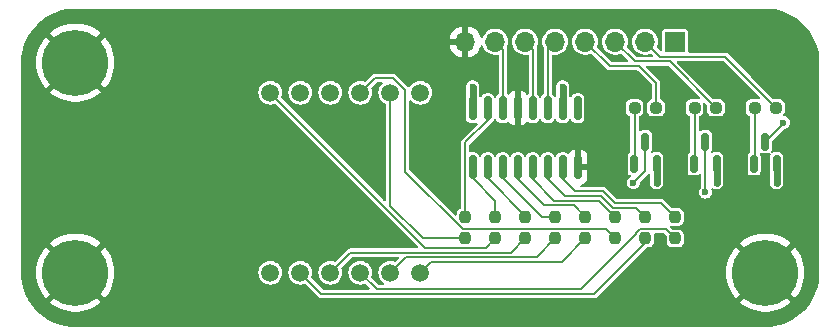
<source format=gbr>
%TF.GenerationSoftware,KiCad,Pcbnew,8.0.8*%
%TF.CreationDate,2025-02-24T20:51:07+00:00*%
%TF.ProjectId,7-segment,372d7365-676d-4656-9e74-2e6b69636164,rev?*%
%TF.SameCoordinates,Original*%
%TF.FileFunction,Copper,L1,Top*%
%TF.FilePolarity,Positive*%
%FSLAX46Y46*%
G04 Gerber Fmt 4.6, Leading zero omitted, Abs format (unit mm)*
G04 Created by KiCad (PCBNEW 8.0.8) date 2025-02-24 20:51:07*
%MOMM*%
%LPD*%
G01*
G04 APERTURE LIST*
G04 Aperture macros list*
%AMRoundRect*
0 Rectangle with rounded corners*
0 $1 Rounding radius*
0 $2 $3 $4 $5 $6 $7 $8 $9 X,Y pos of 4 corners*
0 Add a 4 corners polygon primitive as box body*
4,1,4,$2,$3,$4,$5,$6,$7,$8,$9,$2,$3,0*
0 Add four circle primitives for the rounded corners*
1,1,$1+$1,$2,$3*
1,1,$1+$1,$4,$5*
1,1,$1+$1,$6,$7*
1,1,$1+$1,$8,$9*
0 Add four rect primitives between the rounded corners*
20,1,$1+$1,$2,$3,$4,$5,0*
20,1,$1+$1,$4,$5,$6,$7,0*
20,1,$1+$1,$6,$7,$8,$9,0*
20,1,$1+$1,$8,$9,$2,$3,0*%
G04 Aperture macros list end*
%TA.AperFunction,ComponentPad*%
%ADD10C,5.600000*%
%TD*%
%TA.AperFunction,SMDPad,CuDef*%
%ADD11RoundRect,0.237500X0.250000X0.237500X-0.250000X0.237500X-0.250000X-0.237500X0.250000X-0.237500X0*%
%TD*%
%TA.AperFunction,SMDPad,CuDef*%
%ADD12RoundRect,0.237500X0.237500X-0.250000X0.237500X0.250000X-0.237500X0.250000X-0.237500X-0.250000X0*%
%TD*%
%TA.AperFunction,SMDPad,CuDef*%
%ADD13RoundRect,0.150000X0.150000X-0.587500X0.150000X0.587500X-0.150000X0.587500X-0.150000X-0.587500X0*%
%TD*%
%TA.AperFunction,ComponentPad*%
%ADD14R,1.700000X1.700000*%
%TD*%
%TA.AperFunction,ComponentPad*%
%ADD15O,1.700000X1.700000*%
%TD*%
%TA.AperFunction,SMDPad,CuDef*%
%ADD16RoundRect,0.150000X0.150000X-0.850000X0.150000X0.850000X-0.150000X0.850000X-0.150000X-0.850000X0*%
%TD*%
%TA.AperFunction,ComponentPad*%
%ADD17C,1.500000*%
%TD*%
%TA.AperFunction,ViaPad*%
%ADD18C,0.600000*%
%TD*%
%TA.AperFunction,Conductor*%
%ADD19C,0.200000*%
%TD*%
%TA.AperFunction,Conductor*%
%ADD20C,0.600000*%
%TD*%
G04 APERTURE END LIST*
D10*
%TO.P,H1,1,1*%
%TO.N,GND*%
X124460000Y-55880000D03*
%TD*%
D11*
%TO.P,R2,1*%
%TO.N,/DIG2*%
X120292500Y-41910000D03*
%TO.P,R2,2*%
%TO.N,Net-(Q2-B)*%
X118467500Y-41910000D03*
%TD*%
D10*
%TO.P,H2,1,1*%
%TO.N,GND*%
X66040000Y-55880000D03*
%TD*%
D12*
%TO.P,R5,1*%
%TO.N,Net-(U1-B)*%
X101600000Y-52982500D03*
%TO.P,R5,2*%
%TO.N,Net-(U2-QB)*%
X101600000Y-51157500D03*
%TD*%
D13*
%TO.P,Q2,1,B*%
%TO.N,Net-(Q2-B)*%
X118430000Y-46657500D03*
%TO.P,Q2,2,E*%
%TO.N,+5V*%
X120330000Y-46657500D03*
%TO.P,Q2,3,C*%
%TO.N,Net-(Q2-C)*%
X119380000Y-44782500D03*
%TD*%
D11*
%TO.P,R1,1*%
%TO.N,/DIG3*%
X115212500Y-41910000D03*
%TO.P,R1,2*%
%TO.N,Net-(Q1-B)*%
X113387500Y-41910000D03*
%TD*%
%TO.P,R3,1*%
%TO.N,/DIG1*%
X125372500Y-41910000D03*
%TO.P,R3,2*%
%TO.N,Net-(Q3-B)*%
X123547500Y-41910000D03*
%TD*%
D12*
%TO.P,R10,1*%
%TO.N,Net-(U1-G)*%
X114300000Y-52982500D03*
%TO.P,R10,2*%
%TO.N,Net-(U2-QG)*%
X114300000Y-51157500D03*
%TD*%
D10*
%TO.P,H3,1,1*%
%TO.N,GND*%
X66040000Y-38100000D03*
%TD*%
D12*
%TO.P,R11,1*%
%TO.N,Net-(U1-DP)*%
X116840000Y-52982500D03*
%TO.P,R11,2*%
%TO.N,Net-(U2-QH)*%
X116840000Y-51157500D03*
%TD*%
%TO.P,R7,1*%
%TO.N,Net-(U1-D)*%
X106680000Y-52982500D03*
%TO.P,R7,2*%
%TO.N,Net-(U2-QD)*%
X106680000Y-51157500D03*
%TD*%
D13*
%TO.P,Q3,1,B*%
%TO.N,Net-(Q3-B)*%
X123510000Y-46657500D03*
%TO.P,Q3,2,E*%
%TO.N,+5V*%
X125410000Y-46657500D03*
%TO.P,Q3,3,C*%
%TO.N,Net-(Q3-C)*%
X124460000Y-44782500D03*
%TD*%
D12*
%TO.P,R6,1*%
%TO.N,Net-(U1-C)*%
X104140000Y-52982500D03*
%TO.P,R6,2*%
%TO.N,Net-(U2-QC)*%
X104140000Y-51157500D03*
%TD*%
%TO.P,R9,1*%
%TO.N,Net-(U1-F)*%
X111760000Y-52982500D03*
%TO.P,R9,2*%
%TO.N,Net-(U2-QF)*%
X111760000Y-51157500D03*
%TD*%
%TO.P,R8,1*%
%TO.N,Net-(U1-E)*%
X109220000Y-52982500D03*
%TO.P,R8,2*%
%TO.N,Net-(U2-QE)*%
X109220000Y-51157500D03*
%TD*%
D14*
%TO.P,J1,1,Pin_1*%
%TO.N,+5V*%
X116840000Y-36322000D03*
D15*
%TO.P,J1,2,Pin_2*%
%TO.N,/DIG1*%
X114300000Y-36322000D03*
%TO.P,J1,3,Pin_3*%
%TO.N,/DIG2*%
X111760000Y-36322000D03*
%TO.P,J1,4,Pin_4*%
%TO.N,/DIG3*%
X109220000Y-36322000D03*
%TO.P,J1,5,Pin_5*%
%TO.N,/SRCLK*%
X106680000Y-36322000D03*
%TO.P,J1,6,Pin_6*%
%TO.N,/RCLK*%
X104140000Y-36322000D03*
%TO.P,J1,7,Pin_7*%
%TO.N,/SER*%
X101600000Y-36322000D03*
%TO.P,J1,8,Pin_8*%
%TO.N,GND*%
X99060000Y-36322000D03*
%TD*%
D12*
%TO.P,R4,1*%
%TO.N,Net-(U1-A)*%
X99060000Y-52982500D03*
%TO.P,R4,2*%
%TO.N,Net-(U2-QA)*%
X99060000Y-51157500D03*
%TD*%
D13*
%TO.P,Q1,1,B*%
%TO.N,Net-(Q1-B)*%
X113350000Y-46657500D03*
%TO.P,Q1,2,E*%
%TO.N,+5V*%
X115250000Y-46657500D03*
%TO.P,Q1,3,C*%
%TO.N,Net-(Q1-C)*%
X114300000Y-44782500D03*
%TD*%
D16*
%TO.P,U2,1,QB*%
%TO.N,Net-(U2-QB)*%
X99695000Y-46950000D03*
%TO.P,U2,2,QC*%
%TO.N,Net-(U2-QC)*%
X100965000Y-46950000D03*
%TO.P,U2,3,QD*%
%TO.N,Net-(U2-QD)*%
X102235000Y-46950000D03*
%TO.P,U2,4,QE*%
%TO.N,Net-(U2-QE)*%
X103505000Y-46950000D03*
%TO.P,U2,5,QF*%
%TO.N,Net-(U2-QF)*%
X104775000Y-46950000D03*
%TO.P,U2,6,QG*%
%TO.N,Net-(U2-QG)*%
X106045000Y-46950000D03*
%TO.P,U2,7,QH*%
%TO.N,Net-(U2-QH)*%
X107315000Y-46950000D03*
%TO.P,U2,8,GND*%
%TO.N,GND*%
X108585000Y-46950000D03*
%TO.P,U2,9,QH'*%
%TO.N,unconnected-(U2-QH'-Pad9)*%
X108585000Y-41950000D03*
%TO.P,U2,10,~{SRCLR}*%
%TO.N,+5V*%
X107315000Y-41950000D03*
%TO.P,U2,11,SRCLK*%
%TO.N,/SRCLK*%
X106045000Y-41950000D03*
%TO.P,U2,12,RCLK*%
%TO.N,/RCLK*%
X104775000Y-41950000D03*
%TO.P,U2,13,~{OE}*%
%TO.N,GND*%
X103505000Y-41950000D03*
%TO.P,U2,14,SER*%
%TO.N,/SER*%
X102235000Y-41950000D03*
%TO.P,U2,15,QA*%
%TO.N,Net-(U2-QA)*%
X100965000Y-41950000D03*
%TO.P,U2,16,VCC*%
%TO.N,+5V*%
X99695000Y-41950000D03*
%TD*%
D17*
%TO.P,U1,1,E*%
%TO.N,Net-(U1-E)*%
X95250000Y-55880000D03*
%TO.P,U1,2,D*%
%TO.N,Net-(U1-D)*%
X92710000Y-55880000D03*
%TO.P,U1,3,DP*%
%TO.N,Net-(U1-DP)*%
X90170000Y-55880000D03*
%TO.P,U1,4,C*%
%TO.N,Net-(U1-C)*%
X87630000Y-55880000D03*
%TO.P,U1,5,G*%
%TO.N,Net-(U1-G)*%
X85090000Y-55880000D03*
%TO.P,U1,6,NC*%
%TO.N,unconnected-(U1-NC-Pad6)*%
X82550000Y-55880000D03*
%TO.P,U1,7,B*%
%TO.N,Net-(U1-B)*%
X82550000Y-40640000D03*
%TO.P,U1,8,DIG3*%
%TO.N,Net-(Q1-C)*%
X85090000Y-40640000D03*
%TO.P,U1,9,DIG2*%
%TO.N,Net-(Q2-C)*%
X87630000Y-40640000D03*
%TO.P,U1,10,F*%
%TO.N,Net-(U1-F)*%
X90170000Y-40640000D03*
%TO.P,U1,11,A*%
%TO.N,Net-(U1-A)*%
X92710000Y-40640000D03*
%TO.P,U1,12,DIG1*%
%TO.N,Net-(Q3-C)*%
X95250000Y-40640000D03*
%TD*%
D18*
%TO.N,GND*%
X66040000Y-43180000D03*
X86360000Y-38100000D03*
X101600000Y-59690000D03*
X123190000Y-38100000D03*
X63500000Y-50800000D03*
X121920000Y-49530000D03*
X83820000Y-35560000D03*
X68580000Y-50800000D03*
X99060000Y-59690000D03*
X114300000Y-59690000D03*
X63500000Y-43180000D03*
X78740000Y-38100000D03*
X68580000Y-45720000D03*
X76200000Y-38100000D03*
X93980000Y-59690000D03*
X66040000Y-50800000D03*
X116840000Y-59690000D03*
X73660000Y-35560000D03*
X63500000Y-48260000D03*
X73660000Y-59690000D03*
X81280000Y-59690000D03*
X83820000Y-38100000D03*
X88900000Y-35560000D03*
X76200000Y-59690000D03*
X116840000Y-57150000D03*
X106680000Y-59690000D03*
X96520000Y-35560000D03*
X104140000Y-59690000D03*
X111760000Y-59690000D03*
X76200000Y-35560000D03*
X71120000Y-59690000D03*
X93980000Y-35560000D03*
X96520000Y-38100000D03*
X63500000Y-45720000D03*
X119380000Y-59690000D03*
X88900000Y-38100000D03*
X110490000Y-46990000D03*
X96520000Y-59690000D03*
X124460000Y-49530000D03*
X83820000Y-59690000D03*
X88900000Y-59690000D03*
X93980000Y-38100000D03*
X127000000Y-49530000D03*
X91440000Y-59690000D03*
X66040000Y-45720000D03*
X81280000Y-38100000D03*
X109220000Y-59690000D03*
X119380000Y-57150000D03*
X119380000Y-54610000D03*
X78740000Y-59690000D03*
X81280000Y-35560000D03*
X111760000Y-57150000D03*
X68580000Y-43180000D03*
X71120000Y-35560000D03*
X110490000Y-45720000D03*
X73660000Y-38100000D03*
X66040000Y-48260000D03*
X86360000Y-35560000D03*
X68580000Y-48260000D03*
X120650000Y-40640000D03*
X125730000Y-38100000D03*
X114300000Y-57150000D03*
X110490000Y-41910000D03*
X119380000Y-52070000D03*
X91440000Y-38100000D03*
X91440000Y-35560000D03*
X86360000Y-59690000D03*
X71120000Y-38100000D03*
X102870000Y-38100000D03*
X78740000Y-35560000D03*
%TO.N,+5V*%
X125410000Y-48260000D03*
X107315000Y-40132000D03*
X99695000Y-40132000D03*
X120330000Y-48260000D03*
X115250000Y-48260000D03*
%TO.N,Net-(Q1-C)*%
X113284000Y-48260000D03*
%TO.N,Net-(Q2-C)*%
X119380000Y-49060000D03*
%TO.N,Net-(Q3-C)*%
X125984000Y-43180000D03*
%TD*%
D19*
%TO.N,/DIG3*%
X115212500Y-39812500D02*
X113792000Y-38392000D01*
X109220000Y-36322000D02*
X111290000Y-38392000D01*
X111290000Y-38392000D02*
X113792000Y-38392000D01*
X115212500Y-41910000D02*
X115212500Y-39812500D01*
D20*
%TO.N,+5V*%
X115250000Y-46657500D02*
X115250000Y-48260000D01*
X125410000Y-46657500D02*
X125410000Y-48260000D01*
X107315000Y-41950000D02*
X107315000Y-40132000D01*
X120330000Y-46657500D02*
X120330000Y-48260000D01*
X99695000Y-41950000D02*
X99695000Y-40132000D01*
D19*
%TO.N,/DIG1*%
X115570000Y-37592000D02*
X121054500Y-37592000D01*
X114300000Y-36322000D02*
X115570000Y-37592000D01*
X121054500Y-37592000D02*
X125372500Y-41910000D01*
%TO.N,/RCLK*%
X104775000Y-36957000D02*
X104140000Y-36322000D01*
X104775000Y-41950000D02*
X104775000Y-36957000D01*
%TO.N,/DIG2*%
X113430000Y-37992000D02*
X116374500Y-37992000D01*
X116374500Y-37992000D02*
X120292500Y-41910000D01*
X111760000Y-36322000D02*
X113430000Y-37992000D01*
%TO.N,/SER*%
X102235000Y-36957000D02*
X101600000Y-36322000D01*
X102235000Y-41950000D02*
X102235000Y-36957000D01*
%TO.N,/SRCLK*%
X106045000Y-36957000D02*
X106680000Y-36322000D01*
X106045000Y-41950000D02*
X106045000Y-36957000D01*
%TO.N,Net-(Q1-C)*%
X114300000Y-47244000D02*
X113284000Y-48260000D01*
X114300000Y-44782500D02*
X114300000Y-47244000D01*
%TO.N,Net-(Q1-B)*%
X113387500Y-46620000D02*
X113350000Y-46657500D01*
X113387500Y-41910000D02*
X113387500Y-46620000D01*
%TO.N,Net-(Q2-B)*%
X118467500Y-46620000D02*
X118430000Y-46657500D01*
X118467500Y-41910000D02*
X118467500Y-46620000D01*
%TO.N,Net-(Q2-C)*%
X119380000Y-44782500D02*
X119380000Y-49060000D01*
%TO.N,Net-(Q3-B)*%
X123547500Y-41910000D02*
X123547500Y-46620000D01*
X123547500Y-46620000D02*
X123510000Y-46657500D01*
%TO.N,Net-(Q3-C)*%
X125984000Y-43258500D02*
X125984000Y-43180000D01*
X124460000Y-44782500D02*
X125984000Y-43258500D01*
%TO.N,Net-(U2-QA)*%
X100965000Y-41950000D02*
X100965000Y-42949999D01*
X99060000Y-44854999D02*
X99060000Y-51157500D01*
X100965000Y-42949999D02*
X99060000Y-44854999D01*
%TO.N,Net-(U1-A)*%
X92710000Y-50234314D02*
X92710000Y-40640000D01*
X99060000Y-52982500D02*
X95458186Y-52982500D01*
X95458186Y-52982500D02*
X92710000Y-50234314D01*
%TO.N,Net-(U2-QB)*%
X99695000Y-47879000D02*
X101600000Y-49784000D01*
X101600000Y-49784000D02*
X101600000Y-51157500D01*
X99695000Y-46950000D02*
X99695000Y-47879000D01*
%TO.N,Net-(U1-B)*%
X100812500Y-53770000D02*
X95680000Y-53770000D01*
X95680000Y-53770000D02*
X82550000Y-40640000D01*
X101600000Y-52982500D02*
X100812500Y-53770000D01*
%TO.N,Net-(U2-QC)*%
X100965000Y-47879000D02*
X104140000Y-51054000D01*
X104140000Y-51054000D02*
X104140000Y-51157500D01*
X100965000Y-46950000D02*
X100965000Y-47879000D01*
%TO.N,Net-(U1-C)*%
X89340000Y-54170000D02*
X87630000Y-55880000D01*
X102952500Y-54170000D02*
X89340000Y-54170000D01*
X104140000Y-52982500D02*
X102952500Y-54170000D01*
%TO.N,Net-(U2-QD)*%
X105513500Y-51157500D02*
X106680000Y-51157500D01*
X102235000Y-47879000D02*
X105513500Y-51157500D01*
X102235000Y-46950000D02*
X102235000Y-47879000D01*
%TO.N,Net-(U1-D)*%
X105092500Y-54570000D02*
X94020000Y-54570000D01*
X106680000Y-52982500D02*
X105092500Y-54570000D01*
X94020000Y-54570000D02*
X92710000Y-55880000D01*
%TO.N,Net-(U1-E)*%
X107232500Y-54970000D02*
X96160000Y-54970000D01*
X96160000Y-54970000D02*
X95250000Y-55880000D01*
X109220000Y-52982500D02*
X107232500Y-54970000D01*
%TO.N,Net-(U2-QE)*%
X105739001Y-50184000D02*
X108246500Y-50184000D01*
X108246500Y-50184000D02*
X109220000Y-51157500D01*
X103505000Y-46950000D02*
X103505000Y-47949999D01*
X103505000Y-47949999D02*
X105739001Y-50184000D01*
%TO.N,Net-(U1-F)*%
X92924925Y-39370000D02*
X91440000Y-39370000D01*
X93980000Y-40425075D02*
X92924925Y-39370000D01*
X93980000Y-47331722D02*
X93980000Y-40425075D01*
X91440000Y-39370000D02*
X90170000Y-40640000D01*
X111760000Y-52982500D02*
X110972500Y-52195000D01*
X98843278Y-52195000D02*
X93980000Y-47331722D01*
X110972500Y-52195000D02*
X98843278Y-52195000D01*
%TO.N,Net-(U2-QF)*%
X104775000Y-46950000D02*
X104775000Y-47949999D01*
X104775000Y-47949999D02*
X106609001Y-49784000D01*
X106609001Y-49784000D02*
X110386500Y-49784000D01*
X110386500Y-49784000D02*
X111760000Y-51157500D01*
%TO.N,Net-(U1-G)*%
X86868000Y-57658000D02*
X85090000Y-55880000D01*
X114300000Y-53340000D02*
X109982000Y-57658000D01*
X114300000Y-52982500D02*
X114300000Y-53340000D01*
X109982000Y-57658000D02*
X86868000Y-57658000D01*
%TO.N,Net-(U2-QG)*%
X107479001Y-49384000D02*
X110552186Y-49384000D01*
X106045000Y-46950000D02*
X106045000Y-47949999D01*
X113512500Y-50370000D02*
X114300000Y-51157500D01*
X110552186Y-49384000D02*
X111538186Y-50370000D01*
X111538186Y-50370000D02*
X113512500Y-50370000D01*
X106045000Y-47949999D02*
X107479001Y-49384000D01*
%TO.N,Net-(U2-QH)*%
X108349001Y-48984000D02*
X110717872Y-48984000D01*
X110717872Y-48984000D02*
X111703872Y-49970000D01*
X111703872Y-49970000D02*
X115652500Y-49970000D01*
X107315000Y-46950000D02*
X107315000Y-47949999D01*
X107315000Y-47949999D02*
X108349001Y-48984000D01*
X115652500Y-49970000D02*
X116840000Y-51157500D01*
%TO.N,Net-(U1-DP)*%
X113833278Y-52195000D02*
X113525000Y-52503278D01*
X108858000Y-57258000D02*
X91548000Y-57258000D01*
X116840000Y-52982500D02*
X116052500Y-52195000D01*
X116052500Y-52195000D02*
X113833278Y-52195000D01*
X91548000Y-57258000D02*
X90170000Y-55880000D01*
X113525000Y-52503278D02*
X113525000Y-52591000D01*
X113525000Y-52591000D02*
X108858000Y-57258000D01*
%TD*%
%TA.AperFunction,Conductor*%
%TO.N,GND*%
G36*
X124462153Y-33520594D02*
G01*
X124854826Y-33537738D01*
X124863405Y-33538488D01*
X125250956Y-33589511D01*
X125259425Y-33591004D01*
X125641055Y-33675610D01*
X125649365Y-33677836D01*
X126022167Y-33795381D01*
X126030273Y-33798331D01*
X126391390Y-33947910D01*
X126399205Y-33951554D01*
X126745910Y-34132038D01*
X126753391Y-34136356D01*
X127024434Y-34309030D01*
X127083053Y-34346374D01*
X127090127Y-34351328D01*
X127400220Y-34589270D01*
X127406821Y-34594809D01*
X127695028Y-34858901D01*
X127701098Y-34864971D01*
X127965188Y-35153176D01*
X127970729Y-35159779D01*
X128208671Y-35469872D01*
X128213625Y-35476946D01*
X128423643Y-35806609D01*
X128427961Y-35814089D01*
X128608442Y-36160788D01*
X128612092Y-36168616D01*
X128761666Y-36529722D01*
X128764620Y-36537837D01*
X128882158Y-36910618D01*
X128884393Y-36918960D01*
X128968991Y-37300556D01*
X128970491Y-37309062D01*
X129021509Y-37696581D01*
X129022262Y-37705185D01*
X129039406Y-38097846D01*
X129039500Y-38102164D01*
X129039500Y-55877835D01*
X129039406Y-55882153D01*
X129022262Y-56274814D01*
X129021509Y-56283418D01*
X128970491Y-56670937D01*
X128968991Y-56679443D01*
X128884393Y-57061039D01*
X128882158Y-57069381D01*
X128764620Y-57442162D01*
X128761666Y-57450277D01*
X128612092Y-57811383D01*
X128608442Y-57819211D01*
X128427961Y-58165910D01*
X128423643Y-58173390D01*
X128213625Y-58503053D01*
X128208671Y-58510127D01*
X127970729Y-58820220D01*
X127965179Y-58826834D01*
X127701109Y-59115016D01*
X127695016Y-59121109D01*
X127630749Y-59180000D01*
X127406836Y-59385178D01*
X127400220Y-59390729D01*
X127090127Y-59628671D01*
X127083053Y-59633625D01*
X126753390Y-59843643D01*
X126745910Y-59847961D01*
X126399211Y-60028442D01*
X126391383Y-60032092D01*
X126030277Y-60181666D01*
X126022162Y-60184620D01*
X125649381Y-60302158D01*
X125641039Y-60304393D01*
X125259443Y-60388991D01*
X125250937Y-60390491D01*
X124863418Y-60441509D01*
X124854814Y-60442262D01*
X124462153Y-60459406D01*
X124457835Y-60459500D01*
X66042165Y-60459500D01*
X66037847Y-60459406D01*
X65645185Y-60442262D01*
X65636581Y-60441509D01*
X65249062Y-60390491D01*
X65240556Y-60388991D01*
X64858960Y-60304393D01*
X64850618Y-60302158D01*
X64477837Y-60184620D01*
X64469722Y-60181666D01*
X64108616Y-60032092D01*
X64100788Y-60028442D01*
X63754089Y-59847961D01*
X63746609Y-59843643D01*
X63416946Y-59633625D01*
X63409872Y-59628671D01*
X63099779Y-59390729D01*
X63093176Y-59385188D01*
X62804971Y-59121098D01*
X62798901Y-59115028D01*
X62534809Y-58826821D01*
X62529270Y-58820220D01*
X62291328Y-58510127D01*
X62286374Y-58503053D01*
X62076356Y-58173390D01*
X62072038Y-58165910D01*
X62001289Y-58030003D01*
X61891554Y-57819205D01*
X61887907Y-57811383D01*
X61738333Y-57450277D01*
X61735379Y-57442162D01*
X61617836Y-57069365D01*
X61615610Y-57061055D01*
X61531004Y-56679425D01*
X61529511Y-56670956D01*
X61478488Y-56283405D01*
X61477738Y-56274826D01*
X61460594Y-55882153D01*
X61460547Y-55880000D01*
X62735153Y-55880000D01*
X62754525Y-56237317D01*
X62812418Y-56590449D01*
X62908146Y-56935229D01*
X62908148Y-56935234D01*
X63040604Y-57267673D01*
X63208215Y-57583822D01*
X63409032Y-57880004D01*
X63409039Y-57880014D01*
X63536441Y-58030002D01*
X64745746Y-56820696D01*
X64819588Y-56922330D01*
X64997670Y-57100412D01*
X65099300Y-57174251D01*
X63887256Y-58386296D01*
X63900488Y-58398829D01*
X64185358Y-58615382D01*
X64185363Y-58615385D01*
X64491980Y-58799871D01*
X64816744Y-58950123D01*
X65155868Y-59064387D01*
X65505330Y-59141310D01*
X65505329Y-59141310D01*
X65861078Y-59180000D01*
X66218922Y-59180000D01*
X66574670Y-59141310D01*
X66924130Y-59064387D01*
X66924132Y-59064387D01*
X67263255Y-58950123D01*
X67588019Y-58799871D01*
X67894636Y-58615385D01*
X67894641Y-58615382D01*
X68179500Y-58398839D01*
X68179512Y-58398828D01*
X68192742Y-58386296D01*
X66980698Y-57174252D01*
X67082330Y-57100412D01*
X67260412Y-56922330D01*
X67334252Y-56820698D01*
X68543557Y-58030003D01*
X68670962Y-57880011D01*
X68670966Y-57880007D01*
X68871784Y-57583822D01*
X69039395Y-57267673D01*
X69171851Y-56935234D01*
X69171853Y-56935229D01*
X69267581Y-56590449D01*
X69325474Y-56237317D01*
X69344846Y-55880000D01*
X69344846Y-55879996D01*
X81544659Y-55879996D01*
X81544659Y-55880003D01*
X81563974Y-56076126D01*
X81563975Y-56076129D01*
X81621187Y-56264730D01*
X81621188Y-56264732D01*
X81663464Y-56343824D01*
X81714090Y-56438538D01*
X81714092Y-56438540D01*
X81714093Y-56438542D01*
X81839112Y-56590878D01*
X81839121Y-56590887D01*
X81947027Y-56679443D01*
X81991462Y-56715910D01*
X82165273Y-56808814D01*
X82353868Y-56866024D01*
X82353870Y-56866024D01*
X82353873Y-56866025D01*
X82549997Y-56885341D01*
X82550000Y-56885341D01*
X82550003Y-56885341D01*
X82746126Y-56866025D01*
X82746127Y-56866024D01*
X82746132Y-56866024D01*
X82934727Y-56808814D01*
X83108538Y-56715910D01*
X83260883Y-56590883D01*
X83385910Y-56438538D01*
X83478814Y-56264727D01*
X83536024Y-56076132D01*
X83555341Y-55880000D01*
X83555128Y-55877835D01*
X83536025Y-55683873D01*
X83536024Y-55683870D01*
X83536024Y-55683868D01*
X83478814Y-55495273D01*
X83385910Y-55321462D01*
X83327648Y-55250470D01*
X83260887Y-55169121D01*
X83260878Y-55169112D01*
X83108542Y-55044093D01*
X83108540Y-55044092D01*
X83108538Y-55044090D01*
X83067618Y-55022218D01*
X82934732Y-54951188D01*
X82934730Y-54951187D01*
X82915079Y-54945226D01*
X82746132Y-54893976D01*
X82746129Y-54893975D01*
X82746126Y-54893974D01*
X82550003Y-54874659D01*
X82549997Y-54874659D01*
X82353873Y-54893974D01*
X82353870Y-54893975D01*
X82165269Y-54951187D01*
X82165267Y-54951188D01*
X81991467Y-55044087D01*
X81991457Y-55044093D01*
X81839121Y-55169112D01*
X81839112Y-55169121D01*
X81714093Y-55321457D01*
X81714087Y-55321467D01*
X81621188Y-55495267D01*
X81621187Y-55495269D01*
X81563975Y-55683870D01*
X81563974Y-55683873D01*
X81544659Y-55879996D01*
X69344846Y-55879996D01*
X69325474Y-55522682D01*
X69267581Y-55169550D01*
X69171853Y-54824770D01*
X69171851Y-54824765D01*
X69039395Y-54492326D01*
X68871784Y-54176177D01*
X68670967Y-53879995D01*
X68670960Y-53879985D01*
X68543556Y-53729995D01*
X67334250Y-54939300D01*
X67260412Y-54837670D01*
X67082330Y-54659588D01*
X66980696Y-54585747D01*
X68192742Y-53373702D01*
X68179511Y-53361170D01*
X67894641Y-53144617D01*
X67894636Y-53144614D01*
X67588019Y-52960128D01*
X67263255Y-52809876D01*
X66924131Y-52695612D01*
X66574669Y-52618689D01*
X66574670Y-52618689D01*
X66218922Y-52580000D01*
X65861078Y-52580000D01*
X65505329Y-52618689D01*
X65155869Y-52695612D01*
X65155867Y-52695612D01*
X64816744Y-52809876D01*
X64491980Y-52960128D01*
X64185363Y-53144614D01*
X64185358Y-53144617D01*
X63900495Y-53361164D01*
X63900473Y-53361183D01*
X63887256Y-53373702D01*
X65099301Y-54585747D01*
X64997670Y-54659588D01*
X64819588Y-54837670D01*
X64745747Y-54939301D01*
X63536441Y-53729995D01*
X63409039Y-53879985D01*
X63409032Y-53879995D01*
X63208215Y-54176177D01*
X63040604Y-54492326D01*
X62908148Y-54824765D01*
X62908146Y-54824770D01*
X62812418Y-55169550D01*
X62754525Y-55522682D01*
X62735153Y-55880000D01*
X61460547Y-55880000D01*
X61460500Y-55877835D01*
X61460500Y-38102164D01*
X61460547Y-38100000D01*
X62735153Y-38100000D01*
X62754525Y-38457317D01*
X62812418Y-38810449D01*
X62908146Y-39155229D01*
X62908148Y-39155234D01*
X63040604Y-39487673D01*
X63208215Y-39803822D01*
X63409032Y-40100004D01*
X63409039Y-40100014D01*
X63536441Y-40250002D01*
X64745746Y-39040696D01*
X64819588Y-39142330D01*
X64997670Y-39320412D01*
X65099300Y-39394251D01*
X63887256Y-40606296D01*
X63900488Y-40618829D01*
X64185358Y-40835382D01*
X64185363Y-40835385D01*
X64491980Y-41019871D01*
X64816744Y-41170123D01*
X65155868Y-41284387D01*
X65505330Y-41361310D01*
X65505329Y-41361310D01*
X65861078Y-41400000D01*
X66218922Y-41400000D01*
X66574670Y-41361310D01*
X66924130Y-41284387D01*
X66924132Y-41284387D01*
X67263255Y-41170123D01*
X67588019Y-41019871D01*
X67894636Y-40835385D01*
X67894641Y-40835382D01*
X68151668Y-40639996D01*
X81544659Y-40639996D01*
X81544659Y-40640003D01*
X81563974Y-40836126D01*
X81563975Y-40836129D01*
X81621187Y-41024730D01*
X81621188Y-41024732D01*
X81681814Y-41138154D01*
X81714090Y-41198538D01*
X81714092Y-41198540D01*
X81714093Y-41198542D01*
X81839112Y-41350878D01*
X81839121Y-41350887D01*
X81961489Y-41451312D01*
X81991462Y-41475910D01*
X82124353Y-41546942D01*
X82163190Y-41567701D01*
X82165273Y-41568814D01*
X82353868Y-41626024D01*
X82353870Y-41626024D01*
X82353873Y-41626025D01*
X82549997Y-41645341D01*
X82550000Y-41645341D01*
X82550003Y-41645341D01*
X82746126Y-41626025D01*
X82746127Y-41626024D01*
X82746132Y-41626024D01*
X82915082Y-41574773D01*
X82976255Y-41575974D01*
X83013824Y-41599506D01*
X95064814Y-53650496D01*
X95092591Y-53705013D01*
X95083020Y-53765445D01*
X95039755Y-53808710D01*
X94994810Y-53819500D01*
X89293856Y-53819500D01*
X89204712Y-53843386D01*
X89141304Y-53879995D01*
X89124785Y-53889532D01*
X88093822Y-54920493D01*
X88039306Y-54948270D01*
X87995081Y-54945226D01*
X87826132Y-54893975D01*
X87826126Y-54893974D01*
X87630003Y-54874659D01*
X87629997Y-54874659D01*
X87433873Y-54893974D01*
X87433870Y-54893975D01*
X87245269Y-54951187D01*
X87245267Y-54951188D01*
X87071467Y-55044087D01*
X87071457Y-55044093D01*
X86919121Y-55169112D01*
X86919112Y-55169121D01*
X86794093Y-55321457D01*
X86794087Y-55321467D01*
X86701188Y-55495267D01*
X86701187Y-55495269D01*
X86643975Y-55683870D01*
X86643974Y-55683873D01*
X86624659Y-55879996D01*
X86624659Y-55880003D01*
X86643974Y-56076126D01*
X86643975Y-56076129D01*
X86701187Y-56264730D01*
X86701188Y-56264732D01*
X86743464Y-56343824D01*
X86794090Y-56438538D01*
X86794092Y-56438540D01*
X86794093Y-56438542D01*
X86919112Y-56590878D01*
X86919121Y-56590887D01*
X87027027Y-56679443D01*
X87071462Y-56715910D01*
X87245273Y-56808814D01*
X87433868Y-56866024D01*
X87433870Y-56866024D01*
X87433873Y-56866025D01*
X87629997Y-56885341D01*
X87630000Y-56885341D01*
X87630003Y-56885341D01*
X87826126Y-56866025D01*
X87826127Y-56866024D01*
X87826132Y-56866024D01*
X88014727Y-56808814D01*
X88188538Y-56715910D01*
X88340883Y-56590883D01*
X88465910Y-56438538D01*
X88558814Y-56264727D01*
X88616024Y-56076132D01*
X88635341Y-55880000D01*
X88635128Y-55877835D01*
X88616025Y-55683873D01*
X88616024Y-55683871D01*
X88616024Y-55683870D01*
X88616024Y-55683868D01*
X88564772Y-55514914D01*
X88565973Y-55453744D01*
X88589506Y-55416175D01*
X89456187Y-54549496D01*
X89510703Y-54521719D01*
X89526190Y-54520500D01*
X93334811Y-54520500D01*
X93393002Y-54539407D01*
X93428966Y-54588907D01*
X93428966Y-54650093D01*
X93404814Y-54689504D01*
X93173823Y-54920493D01*
X93119307Y-54948270D01*
X93075082Y-54945226D01*
X92906132Y-54893975D01*
X92906126Y-54893974D01*
X92710003Y-54874659D01*
X92709997Y-54874659D01*
X92513873Y-54893974D01*
X92513870Y-54893975D01*
X92325269Y-54951187D01*
X92325267Y-54951188D01*
X92151467Y-55044087D01*
X92151457Y-55044093D01*
X91999121Y-55169112D01*
X91999112Y-55169121D01*
X91874093Y-55321457D01*
X91874087Y-55321467D01*
X91781188Y-55495267D01*
X91781187Y-55495269D01*
X91723975Y-55683870D01*
X91723974Y-55683873D01*
X91704659Y-55879996D01*
X91704659Y-55880003D01*
X91723974Y-56076126D01*
X91723975Y-56076129D01*
X91781187Y-56264730D01*
X91781188Y-56264732D01*
X91823464Y-56343824D01*
X91874090Y-56438538D01*
X91874092Y-56438540D01*
X91874093Y-56438542D01*
X91999112Y-56590878D01*
X91999121Y-56590887D01*
X92107027Y-56679443D01*
X92151462Y-56715910D01*
X92156463Y-56718583D01*
X92161340Y-56721190D01*
X92203747Y-56765296D01*
X92212130Y-56825904D01*
X92183287Y-56879865D01*
X92128236Y-56906566D01*
X92114672Y-56907500D01*
X91734189Y-56907500D01*
X91675998Y-56888593D01*
X91664185Y-56878504D01*
X91129506Y-56343824D01*
X91101729Y-56289307D01*
X91104772Y-56245083D01*
X91156024Y-56076132D01*
X91175341Y-55880000D01*
X91175128Y-55877835D01*
X91156025Y-55683873D01*
X91156024Y-55683870D01*
X91156024Y-55683868D01*
X91098814Y-55495273D01*
X91005910Y-55321462D01*
X90947648Y-55250470D01*
X90880887Y-55169121D01*
X90880878Y-55169112D01*
X90728542Y-55044093D01*
X90728540Y-55044092D01*
X90728538Y-55044090D01*
X90687618Y-55022218D01*
X90554732Y-54951188D01*
X90554730Y-54951187D01*
X90535079Y-54945226D01*
X90366132Y-54893976D01*
X90366129Y-54893975D01*
X90366126Y-54893974D01*
X90170003Y-54874659D01*
X90169997Y-54874659D01*
X89973873Y-54893974D01*
X89973870Y-54893975D01*
X89785269Y-54951187D01*
X89785267Y-54951188D01*
X89611467Y-55044087D01*
X89611457Y-55044093D01*
X89459121Y-55169112D01*
X89459112Y-55169121D01*
X89334093Y-55321457D01*
X89334087Y-55321467D01*
X89241188Y-55495267D01*
X89241187Y-55495269D01*
X89183975Y-55683870D01*
X89183974Y-55683873D01*
X89164659Y-55879996D01*
X89164659Y-55880003D01*
X89183974Y-56076126D01*
X89183975Y-56076129D01*
X89241187Y-56264730D01*
X89241188Y-56264732D01*
X89283464Y-56343824D01*
X89334090Y-56438538D01*
X89334092Y-56438540D01*
X89334093Y-56438542D01*
X89459112Y-56590878D01*
X89459121Y-56590887D01*
X89567027Y-56679443D01*
X89611462Y-56715910D01*
X89785273Y-56808814D01*
X89973868Y-56866024D01*
X89973870Y-56866024D01*
X89973873Y-56866025D01*
X90169997Y-56885341D01*
X90170000Y-56885341D01*
X90170003Y-56885341D01*
X90366126Y-56866025D01*
X90366127Y-56866024D01*
X90366132Y-56866024D01*
X90535082Y-56814773D01*
X90596255Y-56815974D01*
X90633823Y-56839506D01*
X90932814Y-57138496D01*
X90960592Y-57193013D01*
X90951021Y-57253445D01*
X90907756Y-57296710D01*
X90862811Y-57307500D01*
X87054190Y-57307500D01*
X86995999Y-57288593D01*
X86984186Y-57278504D01*
X86049506Y-56343824D01*
X86021729Y-56289307D01*
X86024772Y-56245083D01*
X86076024Y-56076132D01*
X86095341Y-55880000D01*
X86095128Y-55877835D01*
X86076025Y-55683873D01*
X86076024Y-55683870D01*
X86076024Y-55683868D01*
X86018814Y-55495273D01*
X85925910Y-55321462D01*
X85867648Y-55250470D01*
X85800887Y-55169121D01*
X85800878Y-55169112D01*
X85648542Y-55044093D01*
X85648540Y-55044092D01*
X85648538Y-55044090D01*
X85607618Y-55022218D01*
X85474732Y-54951188D01*
X85474730Y-54951187D01*
X85455079Y-54945226D01*
X85286132Y-54893976D01*
X85286129Y-54893975D01*
X85286126Y-54893974D01*
X85090003Y-54874659D01*
X85089997Y-54874659D01*
X84893873Y-54893974D01*
X84893870Y-54893975D01*
X84705269Y-54951187D01*
X84705267Y-54951188D01*
X84531467Y-55044087D01*
X84531457Y-55044093D01*
X84379121Y-55169112D01*
X84379112Y-55169121D01*
X84254093Y-55321457D01*
X84254087Y-55321467D01*
X84161188Y-55495267D01*
X84161187Y-55495269D01*
X84103975Y-55683870D01*
X84103974Y-55683873D01*
X84084659Y-55879996D01*
X84084659Y-55880003D01*
X84103974Y-56076126D01*
X84103975Y-56076129D01*
X84161187Y-56264730D01*
X84161188Y-56264732D01*
X84203464Y-56343824D01*
X84254090Y-56438538D01*
X84254092Y-56438540D01*
X84254093Y-56438542D01*
X84379112Y-56590878D01*
X84379121Y-56590887D01*
X84487027Y-56679443D01*
X84531462Y-56715910D01*
X84705273Y-56808814D01*
X84893868Y-56866024D01*
X84893870Y-56866024D01*
X84893873Y-56866025D01*
X85089997Y-56885341D01*
X85090000Y-56885341D01*
X85090003Y-56885341D01*
X85286126Y-56866025D01*
X85286127Y-56866024D01*
X85286132Y-56866024D01*
X85455082Y-56814773D01*
X85516255Y-56815974D01*
X85553824Y-56839506D01*
X86652788Y-57938470D01*
X86732712Y-57984614D01*
X86821856Y-58008500D01*
X86821857Y-58008500D01*
X86821858Y-58008500D01*
X110028142Y-58008500D01*
X110028144Y-58008500D01*
X110117288Y-57984614D01*
X110197212Y-57938470D01*
X112255682Y-55880000D01*
X121155153Y-55880000D01*
X121174525Y-56237317D01*
X121232418Y-56590449D01*
X121328146Y-56935229D01*
X121328148Y-56935234D01*
X121460604Y-57267673D01*
X121628215Y-57583822D01*
X121829032Y-57880004D01*
X121829039Y-57880014D01*
X121956441Y-58030002D01*
X123165746Y-56820696D01*
X123239588Y-56922330D01*
X123417670Y-57100412D01*
X123519300Y-57174251D01*
X122307256Y-58386296D01*
X122320488Y-58398829D01*
X122605358Y-58615382D01*
X122605363Y-58615385D01*
X122911980Y-58799871D01*
X123236744Y-58950123D01*
X123575868Y-59064387D01*
X123925330Y-59141310D01*
X123925329Y-59141310D01*
X124281078Y-59180000D01*
X124638922Y-59180000D01*
X124994670Y-59141310D01*
X125344130Y-59064387D01*
X125344132Y-59064387D01*
X125683255Y-58950123D01*
X126008019Y-58799871D01*
X126314636Y-58615385D01*
X126314641Y-58615382D01*
X126599500Y-58398839D01*
X126599512Y-58398828D01*
X126612742Y-58386296D01*
X125400698Y-57174252D01*
X125502330Y-57100412D01*
X125680412Y-56922330D01*
X125754252Y-56820698D01*
X126963557Y-58030003D01*
X127090962Y-57880011D01*
X127090966Y-57880007D01*
X127291784Y-57583822D01*
X127459395Y-57267673D01*
X127591851Y-56935234D01*
X127591853Y-56935229D01*
X127687581Y-56590449D01*
X127745474Y-56237317D01*
X127764846Y-55880000D01*
X127745474Y-55522682D01*
X127687581Y-55169550D01*
X127591853Y-54824770D01*
X127591851Y-54824765D01*
X127459395Y-54492326D01*
X127291784Y-54176177D01*
X127090967Y-53879995D01*
X127090960Y-53879985D01*
X126963556Y-53729995D01*
X125754250Y-54939300D01*
X125680412Y-54837670D01*
X125502330Y-54659588D01*
X125400696Y-54585747D01*
X126612742Y-53373702D01*
X126599511Y-53361170D01*
X126314641Y-53144617D01*
X126314636Y-53144614D01*
X126008019Y-52960128D01*
X125683255Y-52809876D01*
X125344131Y-52695612D01*
X124994669Y-52618689D01*
X124994670Y-52618689D01*
X124638922Y-52580000D01*
X124281078Y-52580000D01*
X123925329Y-52618689D01*
X123575869Y-52695612D01*
X123575867Y-52695612D01*
X123236744Y-52809876D01*
X122911980Y-52960128D01*
X122605363Y-53144614D01*
X122605358Y-53144617D01*
X122320495Y-53361164D01*
X122320473Y-53361183D01*
X122307256Y-53373702D01*
X123519301Y-54585747D01*
X123417670Y-54659588D01*
X123239588Y-54837670D01*
X123165747Y-54939301D01*
X121956441Y-53729995D01*
X121829039Y-53879985D01*
X121829032Y-53879995D01*
X121628215Y-54176177D01*
X121460604Y-54492326D01*
X121328148Y-54824765D01*
X121328146Y-54824770D01*
X121232418Y-55169550D01*
X121174525Y-55522682D01*
X121155153Y-55880000D01*
X112255682Y-55880000D01*
X114386186Y-53749496D01*
X114440703Y-53721719D01*
X114456190Y-53720500D01*
X114584170Y-53720500D01*
X114584174Y-53720500D01*
X114642299Y-53714251D01*
X114707568Y-53689907D01*
X114773776Y-53665213D01*
X114773776Y-53665212D01*
X114773778Y-53665212D01*
X114886116Y-53581116D01*
X114970212Y-53468778D01*
X115019251Y-53337299D01*
X115025500Y-53279174D01*
X115025500Y-52685826D01*
X115022195Y-52655081D01*
X115034775Y-52595202D01*
X115080148Y-52554154D01*
X115120628Y-52545500D01*
X115866310Y-52545500D01*
X115924501Y-52564407D01*
X115936314Y-52574496D01*
X116085504Y-52723686D01*
X116113281Y-52778203D01*
X116114500Y-52793690D01*
X116114500Y-53279170D01*
X116114499Y-53279170D01*
X116120748Y-53337293D01*
X116120750Y-53337304D01*
X116169786Y-53468776D01*
X116253880Y-53581111D01*
X116253884Y-53581116D01*
X116253887Y-53581118D01*
X116253888Y-53581119D01*
X116366223Y-53665213D01*
X116497695Y-53714249D01*
X116497696Y-53714249D01*
X116497701Y-53714251D01*
X116555826Y-53720500D01*
X116555830Y-53720500D01*
X117124170Y-53720500D01*
X117124174Y-53720500D01*
X117182299Y-53714251D01*
X117247568Y-53689907D01*
X117313776Y-53665213D01*
X117313776Y-53665212D01*
X117313778Y-53665212D01*
X117426116Y-53581116D01*
X117510212Y-53468778D01*
X117559251Y-53337299D01*
X117565500Y-53279174D01*
X117565500Y-52685826D01*
X117559251Y-52627701D01*
X117555890Y-52618689D01*
X117510213Y-52496223D01*
X117426119Y-52383888D01*
X117426118Y-52383887D01*
X117426116Y-52383884D01*
X117404887Y-52367992D01*
X117313776Y-52299786D01*
X117182304Y-52250750D01*
X117182299Y-52250749D01*
X117182297Y-52250748D01*
X117182293Y-52250748D01*
X117156011Y-52247922D01*
X117124174Y-52244500D01*
X117124170Y-52244500D01*
X116638690Y-52244500D01*
X116580499Y-52225593D01*
X116568687Y-52215504D01*
X116409976Y-52056794D01*
X116382198Y-52002277D01*
X116391769Y-51941845D01*
X116435034Y-51898580D01*
X116491429Y-51889648D01*
X116491543Y-51888589D01*
X116495459Y-51889010D01*
X116495466Y-51889009D01*
X116495485Y-51889012D01*
X116497698Y-51889249D01*
X116497701Y-51889251D01*
X116555826Y-51895500D01*
X116555830Y-51895500D01*
X117124170Y-51895500D01*
X117124174Y-51895500D01*
X117182299Y-51889251D01*
X117238240Y-51868386D01*
X117313776Y-51840213D01*
X117313776Y-51840212D01*
X117313778Y-51840212D01*
X117426116Y-51756116D01*
X117510212Y-51643778D01*
X117559251Y-51512299D01*
X117565500Y-51454174D01*
X117565500Y-50860826D01*
X117559251Y-50802701D01*
X117556448Y-50795186D01*
X117510213Y-50671223D01*
X117426119Y-50558888D01*
X117426118Y-50558887D01*
X117426116Y-50558884D01*
X117393665Y-50534591D01*
X117313776Y-50474786D01*
X117182304Y-50425750D01*
X117182299Y-50425749D01*
X117182297Y-50425748D01*
X117182293Y-50425748D01*
X117156011Y-50422922D01*
X117124174Y-50419500D01*
X117124170Y-50419500D01*
X116638690Y-50419500D01*
X116580499Y-50400593D01*
X116568686Y-50390504D01*
X116226306Y-50048124D01*
X115867712Y-49689530D01*
X115787788Y-49643386D01*
X115698644Y-49619500D01*
X115698642Y-49619500D01*
X111890062Y-49619500D01*
X111831871Y-49600593D01*
X111820058Y-49590504D01*
X111433262Y-49203708D01*
X110933084Y-48703530D01*
X110853160Y-48657386D01*
X110842419Y-48654508D01*
X110842415Y-48654506D01*
X110792710Y-48641188D01*
X110764016Y-48633500D01*
X110764014Y-48633500D01*
X108891507Y-48633500D01*
X108833316Y-48614593D01*
X108797352Y-48565093D01*
X108797352Y-48503907D01*
X108833316Y-48454407D01*
X108863887Y-48439431D01*
X108995200Y-48401280D01*
X108995201Y-48401280D01*
X109136552Y-48317685D01*
X109252685Y-48201552D01*
X109336280Y-48060201D01*
X109336280Y-48060200D01*
X109382100Y-47902489D01*
X109385000Y-47865636D01*
X109385000Y-47200001D01*
X109384999Y-47200000D01*
X108684000Y-47200000D01*
X108625809Y-47181093D01*
X108589845Y-47131593D01*
X108585000Y-47101000D01*
X108585000Y-46950001D01*
X108584999Y-46950000D01*
X108434000Y-46950000D01*
X108375809Y-46931093D01*
X108339845Y-46881593D01*
X108335000Y-46851000D01*
X108335000Y-46699999D01*
X108835000Y-46699999D01*
X108835001Y-46700000D01*
X109384999Y-46700000D01*
X109385000Y-46699999D01*
X109385000Y-46034363D01*
X109382100Y-45997510D01*
X109336280Y-45839799D01*
X109336280Y-45839798D01*
X109252685Y-45698447D01*
X109136552Y-45582314D01*
X108995201Y-45498719D01*
X108995202Y-45498719D01*
X108837491Y-45452900D01*
X108835000Y-45452702D01*
X108835000Y-46699999D01*
X108335000Y-46699999D01*
X108335000Y-45452703D01*
X108334999Y-45452702D01*
X108332508Y-45452900D01*
X108174798Y-45498719D01*
X108033447Y-45582314D01*
X107917314Y-45698447D01*
X107875451Y-45769234D01*
X107829555Y-45809697D01*
X107768641Y-45815455D01*
X107720236Y-45788844D01*
X107703342Y-45771950D01*
X107590304Y-45714354D01*
X107590305Y-45714354D01*
X107496522Y-45699500D01*
X107133479Y-45699500D01*
X107133476Y-45699501D01*
X107039700Y-45714352D01*
X107039695Y-45714354D01*
X106926659Y-45771949D01*
X106836949Y-45861659D01*
X106779354Y-45974694D01*
X106777781Y-45984628D01*
X106750002Y-46039143D01*
X106695484Y-46066920D01*
X106635053Y-46057346D01*
X106591789Y-46014081D01*
X106582219Y-45984623D01*
X106580647Y-45974700D01*
X106580646Y-45974698D01*
X106580646Y-45974696D01*
X106523050Y-45861658D01*
X106433342Y-45771950D01*
X106320304Y-45714354D01*
X106320305Y-45714354D01*
X106226522Y-45699500D01*
X105863479Y-45699500D01*
X105863476Y-45699501D01*
X105769700Y-45714352D01*
X105769695Y-45714354D01*
X105656659Y-45771949D01*
X105566949Y-45861659D01*
X105509354Y-45974694D01*
X105507781Y-45984628D01*
X105480002Y-46039143D01*
X105425484Y-46066920D01*
X105365053Y-46057346D01*
X105321789Y-46014081D01*
X105312219Y-45984623D01*
X105310647Y-45974700D01*
X105310646Y-45974698D01*
X105310646Y-45974696D01*
X105253050Y-45861658D01*
X105163342Y-45771950D01*
X105050304Y-45714354D01*
X105050305Y-45714354D01*
X104956522Y-45699500D01*
X104593479Y-45699500D01*
X104593476Y-45699501D01*
X104499700Y-45714352D01*
X104499695Y-45714354D01*
X104386659Y-45771949D01*
X104296949Y-45861659D01*
X104239354Y-45974694D01*
X104237781Y-45984628D01*
X104210002Y-46039143D01*
X104155484Y-46066920D01*
X104095053Y-46057346D01*
X104051789Y-46014081D01*
X104042219Y-45984623D01*
X104040647Y-45974700D01*
X104040646Y-45974698D01*
X104040646Y-45974696D01*
X103983050Y-45861658D01*
X103893342Y-45771950D01*
X103780304Y-45714354D01*
X103780305Y-45714354D01*
X103686522Y-45699500D01*
X103323479Y-45699500D01*
X103323476Y-45699501D01*
X103229700Y-45714352D01*
X103229695Y-45714354D01*
X103116659Y-45771949D01*
X103026949Y-45861659D01*
X102969354Y-45974694D01*
X102967781Y-45984628D01*
X102940002Y-46039143D01*
X102885484Y-46066920D01*
X102825053Y-46057346D01*
X102781789Y-46014081D01*
X102772219Y-45984623D01*
X102770647Y-45974700D01*
X102770646Y-45974698D01*
X102770646Y-45974696D01*
X102713050Y-45861658D01*
X102623342Y-45771950D01*
X102510304Y-45714354D01*
X102510305Y-45714354D01*
X102416522Y-45699500D01*
X102053479Y-45699500D01*
X102053476Y-45699501D01*
X101959700Y-45714352D01*
X101959695Y-45714354D01*
X101846659Y-45771949D01*
X101756949Y-45861659D01*
X101699354Y-45974694D01*
X101697781Y-45984628D01*
X101670002Y-46039143D01*
X101615484Y-46066920D01*
X101555053Y-46057346D01*
X101511789Y-46014081D01*
X101502219Y-45984623D01*
X101500647Y-45974700D01*
X101500646Y-45974698D01*
X101500646Y-45974696D01*
X101443050Y-45861658D01*
X101353342Y-45771950D01*
X101240304Y-45714354D01*
X101240305Y-45714354D01*
X101146522Y-45699500D01*
X100783479Y-45699500D01*
X100783476Y-45699501D01*
X100689700Y-45714352D01*
X100689695Y-45714354D01*
X100576659Y-45771949D01*
X100486949Y-45861659D01*
X100429354Y-45974694D01*
X100427781Y-45984628D01*
X100400002Y-46039143D01*
X100345484Y-46066920D01*
X100285053Y-46057346D01*
X100241789Y-46014081D01*
X100232219Y-45984623D01*
X100230647Y-45974700D01*
X100230646Y-45974698D01*
X100230646Y-45974696D01*
X100173050Y-45861658D01*
X100083342Y-45771950D01*
X99970304Y-45714354D01*
X99970305Y-45714354D01*
X99876522Y-45699500D01*
X99876519Y-45699500D01*
X99876239Y-45699500D01*
X99509592Y-45699501D01*
X99509592Y-45697421D01*
X99457553Y-45684785D01*
X99417938Y-45638156D01*
X99410500Y-45600508D01*
X99410500Y-45041188D01*
X99429407Y-44982997D01*
X99439490Y-44971190D01*
X101200881Y-43209798D01*
X101233638Y-43189727D01*
X101233361Y-43189183D01*
X101240286Y-43185654D01*
X101240298Y-43185646D01*
X101240304Y-43185646D01*
X101353342Y-43128050D01*
X101443050Y-43038342D01*
X101500646Y-42925304D01*
X101502218Y-42915374D01*
X101529993Y-42860860D01*
X101584508Y-42833080D01*
X101644941Y-42842650D01*
X101688207Y-42885913D01*
X101697780Y-42915371D01*
X101699353Y-42925302D01*
X101699354Y-42925304D01*
X101756950Y-43038342D01*
X101846658Y-43128050D01*
X101959696Y-43185646D01*
X102053481Y-43200500D01*
X102416518Y-43200499D01*
X102416520Y-43200499D01*
X102416521Y-43200498D01*
X102463411Y-43193072D01*
X102510299Y-43185647D01*
X102510299Y-43185646D01*
X102510304Y-43185646D01*
X102623342Y-43128050D01*
X102640235Y-43111156D01*
X102694749Y-43083379D01*
X102755181Y-43092949D01*
X102795452Y-43130765D01*
X102837316Y-43201554D01*
X102953447Y-43317685D01*
X103094799Y-43401280D01*
X103252506Y-43447098D01*
X103252513Y-43447100D01*
X103255000Y-43447295D01*
X103255000Y-40452703D01*
X103254999Y-40452702D01*
X103252508Y-40452900D01*
X103094798Y-40498719D01*
X102953447Y-40582314D01*
X102837314Y-40698447D01*
X102795451Y-40769234D01*
X102749555Y-40809697D01*
X102688641Y-40815455D01*
X102640236Y-40788844D01*
X102623342Y-40771950D01*
X102623339Y-40771948D01*
X102617832Y-40766441D01*
X102619515Y-40764757D01*
X102590344Y-40724601D01*
X102585500Y-40694013D01*
X102585500Y-36910858D01*
X102585500Y-36910856D01*
X102577941Y-36882646D01*
X102581143Y-36821546D01*
X102584947Y-36812896D01*
X102630582Y-36721250D01*
X102686397Y-36525083D01*
X102705215Y-36322000D01*
X103034785Y-36322000D01*
X103053603Y-36525083D01*
X103109418Y-36721250D01*
X103200327Y-36903821D01*
X103323236Y-37066579D01*
X103473959Y-37203981D01*
X103647363Y-37311348D01*
X103837544Y-37385024D01*
X104038024Y-37422500D01*
X104241976Y-37422500D01*
X104307309Y-37410287D01*
X104367983Y-37418179D01*
X104412430Y-37460228D01*
X104424500Y-37507601D01*
X104424500Y-40694013D01*
X104405593Y-40752204D01*
X104391760Y-40766036D01*
X104392166Y-40766442D01*
X104369763Y-40788844D01*
X104315246Y-40816620D01*
X104254814Y-40807048D01*
X104214547Y-40769234D01*
X104172683Y-40698445D01*
X104056552Y-40582314D01*
X103915201Y-40498719D01*
X103915202Y-40498719D01*
X103757491Y-40452900D01*
X103755000Y-40452702D01*
X103755000Y-43447295D01*
X103757486Y-43447100D01*
X103757493Y-43447098D01*
X103915200Y-43401280D01*
X103915201Y-43401280D01*
X104056552Y-43317685D01*
X104172684Y-43201553D01*
X104214547Y-43130766D01*
X104260442Y-43090303D01*
X104321356Y-43084544D01*
X104369762Y-43111154D01*
X104386658Y-43128050D01*
X104499696Y-43185646D01*
X104593481Y-43200500D01*
X104956518Y-43200499D01*
X104956520Y-43200499D01*
X104956521Y-43200498D01*
X105003411Y-43193072D01*
X105050299Y-43185647D01*
X105050299Y-43185646D01*
X105050304Y-43185646D01*
X105163342Y-43128050D01*
X105253050Y-43038342D01*
X105310646Y-42925304D01*
X105312218Y-42915374D01*
X105339993Y-42860860D01*
X105394508Y-42833080D01*
X105454941Y-42842650D01*
X105498207Y-42885913D01*
X105507780Y-42915371D01*
X105509353Y-42925302D01*
X105509354Y-42925304D01*
X105566950Y-43038342D01*
X105656658Y-43128050D01*
X105769696Y-43185646D01*
X105863481Y-43200500D01*
X106226518Y-43200499D01*
X106226520Y-43200499D01*
X106226521Y-43200498D01*
X106273411Y-43193072D01*
X106320299Y-43185647D01*
X106320299Y-43185646D01*
X106320304Y-43185646D01*
X106433342Y-43128050D01*
X106523050Y-43038342D01*
X106580646Y-42925304D01*
X106582218Y-42915374D01*
X106609993Y-42860860D01*
X106664508Y-42833080D01*
X106724941Y-42842650D01*
X106768207Y-42885913D01*
X106777780Y-42915371D01*
X106779353Y-42925302D01*
X106779354Y-42925304D01*
X106836950Y-43038342D01*
X106926658Y-43128050D01*
X107039696Y-43185646D01*
X107133481Y-43200500D01*
X107496518Y-43200499D01*
X107496520Y-43200499D01*
X107496521Y-43200498D01*
X107543411Y-43193072D01*
X107590299Y-43185647D01*
X107590299Y-43185646D01*
X107590304Y-43185646D01*
X107703342Y-43128050D01*
X107793050Y-43038342D01*
X107850646Y-42925304D01*
X107852218Y-42915374D01*
X107879993Y-42860860D01*
X107934508Y-42833080D01*
X107994941Y-42842650D01*
X108038207Y-42885913D01*
X108047780Y-42915371D01*
X108049353Y-42925302D01*
X108049354Y-42925304D01*
X108106950Y-43038342D01*
X108196658Y-43128050D01*
X108309696Y-43185646D01*
X108403481Y-43200500D01*
X108766518Y-43200499D01*
X108766520Y-43200499D01*
X108766521Y-43200498D01*
X108813411Y-43193072D01*
X108860299Y-43185647D01*
X108860299Y-43185646D01*
X108860304Y-43185646D01*
X108973342Y-43128050D01*
X109063050Y-43038342D01*
X109120646Y-42925304D01*
X109135500Y-42831519D01*
X109135500Y-42194170D01*
X112649499Y-42194170D01*
X112655748Y-42252293D01*
X112655750Y-42252304D01*
X112704786Y-42383776D01*
X112786528Y-42492969D01*
X112788884Y-42496116D01*
X112788887Y-42496118D01*
X112788888Y-42496119D01*
X112901223Y-42580213D01*
X112972596Y-42606833D01*
X113020511Y-42644883D01*
X113037000Y-42699591D01*
X113037000Y-45642894D01*
X113018093Y-45701085D01*
X112982946Y-45731103D01*
X112973898Y-45735712D01*
X112961659Y-45741949D01*
X112871949Y-45831659D01*
X112814354Y-45944695D01*
X112799500Y-46038478D01*
X112799500Y-47276521D01*
X112799501Y-47276523D01*
X112814352Y-47370299D01*
X112814354Y-47370304D01*
X112871950Y-47483342D01*
X112961658Y-47573050D01*
X113013473Y-47599451D01*
X113056736Y-47642714D01*
X113066307Y-47703146D01*
X113038530Y-47757662D01*
X113011784Y-47775535D01*
X113011993Y-47775896D01*
X113006492Y-47779071D01*
X113006423Y-47779118D01*
X113006383Y-47779134D01*
X113006374Y-47779139D01*
X112891381Y-47867377D01*
X112891377Y-47867381D01*
X112803139Y-47982374D01*
X112803137Y-47982378D01*
X112747670Y-48116290D01*
X112747669Y-48116291D01*
X112728750Y-48259999D01*
X112728750Y-48260000D01*
X112747669Y-48403708D01*
X112747670Y-48403709D01*
X112791697Y-48510003D01*
X112803139Y-48537625D01*
X112891379Y-48652621D01*
X113006375Y-48740861D01*
X113140291Y-48796330D01*
X113284000Y-48815250D01*
X113427709Y-48796330D01*
X113561625Y-48740861D01*
X113676621Y-48652621D01*
X113764861Y-48537625D01*
X113820330Y-48403709D01*
X113839250Y-48260000D01*
X113838693Y-48255770D01*
X113849839Y-48195610D01*
X113866837Y-48172843D01*
X114530497Y-47509184D01*
X114585013Y-47481408D01*
X114645445Y-47490979D01*
X114688710Y-47534244D01*
X114699500Y-47579189D01*
X114699500Y-48217431D01*
X114698653Y-48230353D01*
X114694750Y-48259999D01*
X114698653Y-48289644D01*
X114699500Y-48302567D01*
X114699500Y-48332474D01*
X114707241Y-48361365D01*
X114709767Y-48374064D01*
X114713669Y-48403705D01*
X114713671Y-48403711D01*
X114725113Y-48431335D01*
X114729272Y-48443586D01*
X114737016Y-48472485D01*
X114737017Y-48472486D01*
X114737017Y-48472487D01*
X114751968Y-48498385D01*
X114757693Y-48509994D01*
X114769139Y-48537626D01*
X114787343Y-48561350D01*
X114794536Y-48572114D01*
X114809491Y-48598015D01*
X114830635Y-48619159D01*
X114839173Y-48628895D01*
X114857378Y-48652620D01*
X114857379Y-48652621D01*
X114857382Y-48652623D01*
X114881099Y-48670822D01*
X114890834Y-48679359D01*
X114911983Y-48700507D01*
X114911985Y-48700509D01*
X114937888Y-48715464D01*
X114948642Y-48722650D01*
X114972375Y-48740861D01*
X114999995Y-48752301D01*
X115000007Y-48752306D01*
X115011623Y-48758035D01*
X115037510Y-48772982D01*
X115037513Y-48772983D01*
X115037515Y-48772984D01*
X115066408Y-48780725D01*
X115078666Y-48784887D01*
X115106288Y-48796329D01*
X115106291Y-48796330D01*
X115135934Y-48800232D01*
X115148623Y-48802755D01*
X115177525Y-48810500D01*
X115207432Y-48810500D01*
X115220354Y-48811347D01*
X115250000Y-48815250D01*
X115279646Y-48811347D01*
X115292568Y-48810500D01*
X115322474Y-48810500D01*
X115322475Y-48810500D01*
X115351372Y-48802756D01*
X115364066Y-48800231D01*
X115393709Y-48796330D01*
X115421349Y-48784880D01*
X115433589Y-48780725D01*
X115462485Y-48772984D01*
X115474649Y-48765960D01*
X115488382Y-48758032D01*
X115499994Y-48752305D01*
X115527625Y-48740861D01*
X115551358Y-48722649D01*
X115562105Y-48715467D01*
X115588015Y-48700509D01*
X115609158Y-48679364D01*
X115618896Y-48670825D01*
X115626778Y-48664777D01*
X115642621Y-48652621D01*
X115660826Y-48628894D01*
X115669366Y-48619157D01*
X115673930Y-48614593D01*
X115690509Y-48598015D01*
X115705467Y-48572105D01*
X115712649Y-48561358D01*
X115730861Y-48537625D01*
X115742305Y-48509994D01*
X115748032Y-48498382D01*
X115762982Y-48472488D01*
X115762984Y-48472485D01*
X115770725Y-48443589D01*
X115774880Y-48431349D01*
X115786330Y-48403709D01*
X115790232Y-48374064D01*
X115792758Y-48361365D01*
X115800500Y-48332475D01*
X115800500Y-48302567D01*
X115801347Y-48289644D01*
X115805250Y-48259999D01*
X115801347Y-48230353D01*
X115800500Y-48217431D01*
X115800500Y-46577051D01*
X115800499Y-46577037D01*
X115800499Y-46038478D01*
X115800498Y-46038476D01*
X115785647Y-45944700D01*
X115785646Y-45944698D01*
X115785646Y-45944696D01*
X115728050Y-45831658D01*
X115638342Y-45741950D01*
X115525304Y-45684354D01*
X115525305Y-45684354D01*
X115431522Y-45669500D01*
X115068479Y-45669500D01*
X115068476Y-45669501D01*
X114974700Y-45684352D01*
X114974697Y-45684353D01*
X114928266Y-45708011D01*
X114867833Y-45717582D01*
X114813317Y-45689804D01*
X114785540Y-45635287D01*
X114795111Y-45574856D01*
X114835646Y-45495304D01*
X114850500Y-45401519D01*
X114850499Y-44163482D01*
X114850499Y-44163481D01*
X114850499Y-44163478D01*
X114850498Y-44163476D01*
X114835647Y-44069700D01*
X114835646Y-44069698D01*
X114835646Y-44069696D01*
X114778050Y-43956658D01*
X114688342Y-43866950D01*
X114575304Y-43809354D01*
X114575305Y-43809354D01*
X114481522Y-43794500D01*
X114118479Y-43794500D01*
X114118476Y-43794501D01*
X114024700Y-43809352D01*
X114024695Y-43809354D01*
X113911659Y-43866949D01*
X113911658Y-43866949D01*
X113911658Y-43866950D01*
X113907001Y-43871606D01*
X113852487Y-43899382D01*
X113792055Y-43889811D01*
X113748790Y-43846546D01*
X113738000Y-43801601D01*
X113738000Y-42699591D01*
X113756907Y-42641400D01*
X113802404Y-42606833D01*
X113873776Y-42580213D01*
X113873776Y-42580212D01*
X113873778Y-42580212D01*
X113986116Y-42496116D01*
X114070212Y-42383778D01*
X114119251Y-42252299D01*
X114125500Y-42194174D01*
X114125500Y-41625826D01*
X114119251Y-41567701D01*
X114116057Y-41559137D01*
X114070213Y-41436223D01*
X113986119Y-41323888D01*
X113986118Y-41323887D01*
X113986116Y-41323884D01*
X113980920Y-41319994D01*
X113873776Y-41239786D01*
X113742304Y-41190750D01*
X113742299Y-41190749D01*
X113742297Y-41190748D01*
X113742293Y-41190748D01*
X113716011Y-41187922D01*
X113684174Y-41184500D01*
X113090826Y-41184500D01*
X113062823Y-41187510D01*
X113032706Y-41190748D01*
X113032695Y-41190750D01*
X112901223Y-41239786D01*
X112788888Y-41323880D01*
X112788880Y-41323888D01*
X112704786Y-41436223D01*
X112655750Y-41567695D01*
X112655748Y-41567706D01*
X112649500Y-41625829D01*
X112649500Y-42194170D01*
X112649499Y-42194170D01*
X109135500Y-42194170D01*
X109135499Y-41068482D01*
X109135499Y-41068481D01*
X109135499Y-41068478D01*
X109135498Y-41068476D01*
X109120647Y-40974700D01*
X109120646Y-40974698D01*
X109120646Y-40974696D01*
X109063050Y-40861658D01*
X108973342Y-40771950D01*
X108860304Y-40714354D01*
X108860305Y-40714354D01*
X108766522Y-40699500D01*
X108403479Y-40699500D01*
X108403476Y-40699501D01*
X108309700Y-40714352D01*
X108309695Y-40714354D01*
X108196659Y-40771949D01*
X108106949Y-40861659D01*
X108052709Y-40968110D01*
X108009444Y-41011374D01*
X107949012Y-41020945D01*
X107894496Y-40993167D01*
X107866719Y-40938650D01*
X107865500Y-40923164D01*
X107865500Y-40174567D01*
X107866347Y-40161644D01*
X107870250Y-40131999D01*
X107866347Y-40102353D01*
X107865500Y-40089431D01*
X107865500Y-40059526D01*
X107865500Y-40059525D01*
X107857755Y-40030623D01*
X107855231Y-40017929D01*
X107851330Y-39988291D01*
X107851329Y-39988288D01*
X107839887Y-39960666D01*
X107835725Y-39948408D01*
X107827984Y-39919515D01*
X107827983Y-39919513D01*
X107827982Y-39919510D01*
X107813035Y-39893623D01*
X107807306Y-39882007D01*
X107795861Y-39854375D01*
X107777650Y-39830641D01*
X107770464Y-39819888D01*
X107755509Y-39793985D01*
X107750431Y-39788907D01*
X107734359Y-39772834D01*
X107725822Y-39763099D01*
X107707620Y-39739378D01*
X107683895Y-39721173D01*
X107674159Y-39712635D01*
X107653015Y-39691491D01*
X107627114Y-39676536D01*
X107616350Y-39669343D01*
X107592626Y-39651139D01*
X107564994Y-39639693D01*
X107553385Y-39633968D01*
X107527487Y-39619017D01*
X107527486Y-39619016D01*
X107527485Y-39619016D01*
X107498586Y-39611272D01*
X107486335Y-39607113D01*
X107458709Y-39595670D01*
X107458707Y-39595669D01*
X107458705Y-39595669D01*
X107429064Y-39591767D01*
X107416365Y-39589241D01*
X107413090Y-39588363D01*
X107387475Y-39581500D01*
X107387474Y-39581500D01*
X107357568Y-39581500D01*
X107344646Y-39580653D01*
X107315000Y-39576750D01*
X107285354Y-39580653D01*
X107272432Y-39581500D01*
X107242525Y-39581500D01*
X107237752Y-39582779D01*
X107213631Y-39589241D01*
X107200938Y-39591766D01*
X107171290Y-39595670D01*
X107171284Y-39595672D01*
X107143656Y-39607115D01*
X107131398Y-39611276D01*
X107102517Y-39619015D01*
X107102512Y-39619017D01*
X107076622Y-39633964D01*
X107065014Y-39639689D01*
X107037374Y-39651138D01*
X107013641Y-39669348D01*
X107002885Y-39676535D01*
X106976985Y-39691490D01*
X106955840Y-39712635D01*
X106946108Y-39721170D01*
X106922382Y-39739376D01*
X106922376Y-39739382D01*
X106904170Y-39763108D01*
X106895635Y-39772840D01*
X106874490Y-39793985D01*
X106859535Y-39819885D01*
X106852348Y-39830641D01*
X106834138Y-39854374D01*
X106822689Y-39882014D01*
X106816964Y-39893622D01*
X106802017Y-39919512D01*
X106802015Y-39919517D01*
X106794276Y-39948398D01*
X106790115Y-39960656D01*
X106778672Y-39988284D01*
X106778670Y-39988290D01*
X106774766Y-40017938D01*
X106772241Y-40030631D01*
X106764500Y-40059525D01*
X106764500Y-40089431D01*
X106763653Y-40102353D01*
X106759750Y-40131999D01*
X106763653Y-40161644D01*
X106764500Y-40174567D01*
X106764500Y-40923164D01*
X106745593Y-40981355D01*
X106696093Y-41017319D01*
X106634907Y-41017319D01*
X106585407Y-40981355D01*
X106577291Y-40968110D01*
X106544994Y-40904726D01*
X106523050Y-40861658D01*
X106433342Y-40771950D01*
X106433339Y-40771948D01*
X106427832Y-40766441D01*
X106429515Y-40764757D01*
X106400344Y-40724601D01*
X106395500Y-40694013D01*
X106395500Y-37507601D01*
X106414407Y-37449410D01*
X106463907Y-37413446D01*
X106512691Y-37410287D01*
X106578024Y-37422500D01*
X106781976Y-37422500D01*
X106982456Y-37385024D01*
X107172637Y-37311348D01*
X107346041Y-37203981D01*
X107496764Y-37066579D01*
X107619673Y-36903821D01*
X107710582Y-36721250D01*
X107766397Y-36525083D01*
X107785215Y-36322000D01*
X108114785Y-36322000D01*
X108133603Y-36525083D01*
X108189418Y-36721250D01*
X108280327Y-36903821D01*
X108403236Y-37066579D01*
X108553959Y-37203981D01*
X108727363Y-37311348D01*
X108917544Y-37385024D01*
X109118024Y-37422500D01*
X109321976Y-37422500D01*
X109522456Y-37385024D01*
X109653228Y-37334362D01*
X109714316Y-37330973D01*
X109758992Y-37356674D01*
X111074788Y-38672470D01*
X111154712Y-38718614D01*
X111243856Y-38742500D01*
X113605810Y-38742500D01*
X113664001Y-38761407D01*
X113675814Y-38771496D01*
X114833004Y-39928685D01*
X114860781Y-39983202D01*
X114862000Y-39998689D01*
X114862000Y-41120408D01*
X114843093Y-41178599D01*
X114797597Y-41213166D01*
X114726222Y-41239787D01*
X114613888Y-41323880D01*
X114613880Y-41323888D01*
X114529786Y-41436223D01*
X114480750Y-41567695D01*
X114480748Y-41567706D01*
X114474500Y-41625829D01*
X114474500Y-42194170D01*
X114474499Y-42194170D01*
X114480748Y-42252293D01*
X114480750Y-42252304D01*
X114529786Y-42383776D01*
X114611528Y-42492969D01*
X114613884Y-42496116D01*
X114613887Y-42496118D01*
X114613888Y-42496119D01*
X114726223Y-42580213D01*
X114857695Y-42629249D01*
X114857696Y-42629249D01*
X114857701Y-42629251D01*
X114915826Y-42635500D01*
X114915830Y-42635500D01*
X115509170Y-42635500D01*
X115509174Y-42635500D01*
X115567299Y-42629251D01*
X115627404Y-42606833D01*
X115698776Y-42580213D01*
X115698776Y-42580212D01*
X115698778Y-42580212D01*
X115811116Y-42496116D01*
X115895212Y-42383778D01*
X115944251Y-42252299D01*
X115950500Y-42194174D01*
X115950500Y-41625826D01*
X115944251Y-41567701D01*
X115941057Y-41559137D01*
X115895213Y-41436223D01*
X115811119Y-41323888D01*
X115811118Y-41323887D01*
X115811116Y-41323884D01*
X115799486Y-41315178D01*
X115698777Y-41239787D01*
X115627403Y-41213166D01*
X115579489Y-41175115D01*
X115563000Y-41120408D01*
X115563000Y-39766357D01*
X115563000Y-39766356D01*
X115539114Y-39677212D01*
X115514144Y-39633964D01*
X115492970Y-39597289D01*
X115492968Y-39597287D01*
X115427712Y-39532030D01*
X115427712Y-39532031D01*
X114407186Y-38511504D01*
X114379409Y-38456987D01*
X114388980Y-38396555D01*
X114432245Y-38353290D01*
X114477190Y-38342500D01*
X116188310Y-38342500D01*
X116246501Y-38361407D01*
X116258314Y-38371496D01*
X118910023Y-41023205D01*
X118937800Y-41077722D01*
X118928229Y-41138154D01*
X118884964Y-41181419D01*
X118828571Y-41190350D01*
X118828457Y-41191411D01*
X118824535Y-41190989D01*
X118824532Y-41190990D01*
X118824521Y-41190987D01*
X118783883Y-41186618D01*
X118764174Y-41184500D01*
X118170826Y-41184500D01*
X118142823Y-41187510D01*
X118112706Y-41190748D01*
X118112695Y-41190750D01*
X117981223Y-41239786D01*
X117868888Y-41323880D01*
X117868880Y-41323888D01*
X117784786Y-41436223D01*
X117735750Y-41567695D01*
X117735748Y-41567706D01*
X117729500Y-41625829D01*
X117729500Y-42194170D01*
X117729499Y-42194170D01*
X117735748Y-42252293D01*
X117735750Y-42252304D01*
X117784786Y-42383776D01*
X117866528Y-42492969D01*
X117868884Y-42496116D01*
X117868887Y-42496118D01*
X117868888Y-42496119D01*
X117981223Y-42580213D01*
X118052596Y-42606833D01*
X118100511Y-42644883D01*
X118117000Y-42699591D01*
X118117000Y-45642894D01*
X118098093Y-45701085D01*
X118062946Y-45731103D01*
X118053898Y-45735712D01*
X118041659Y-45741949D01*
X117951949Y-45831659D01*
X117894354Y-45944695D01*
X117879500Y-46038478D01*
X117879500Y-47276521D01*
X117879501Y-47276523D01*
X117894352Y-47370299D01*
X117894354Y-47370304D01*
X117951950Y-47483342D01*
X118041658Y-47573050D01*
X118154696Y-47630646D01*
X118248481Y-47645500D01*
X118611518Y-47645499D01*
X118611520Y-47645499D01*
X118611521Y-47645498D01*
X118658411Y-47638072D01*
X118705299Y-47630647D01*
X118705299Y-47630646D01*
X118705304Y-47630646D01*
X118818342Y-47573050D01*
X118860498Y-47530893D01*
X118915013Y-47503118D01*
X118975445Y-47512689D01*
X119018710Y-47555954D01*
X119029500Y-47600899D01*
X119029500Y-48586236D01*
X119010593Y-48644427D01*
X118990769Y-48664777D01*
X118987381Y-48667376D01*
X118899139Y-48782374D01*
X118899137Y-48782378D01*
X118843670Y-48916290D01*
X118843669Y-48916291D01*
X118824750Y-49059999D01*
X118824750Y-49060000D01*
X118843669Y-49203708D01*
X118843670Y-49203709D01*
X118899139Y-49337625D01*
X118987379Y-49452621D01*
X119102375Y-49540861D01*
X119236291Y-49596330D01*
X119380000Y-49615250D01*
X119523709Y-49596330D01*
X119657625Y-49540861D01*
X119772621Y-49452621D01*
X119860861Y-49337625D01*
X119916330Y-49203709D01*
X119935250Y-49060000D01*
X119916330Y-48916291D01*
X119887811Y-48847441D01*
X119883011Y-48786445D01*
X119914981Y-48734277D01*
X119971509Y-48710862D01*
X120031004Y-48725146D01*
X120039540Y-48731013D01*
X120052375Y-48740861D01*
X120079995Y-48752301D01*
X120080007Y-48752306D01*
X120091623Y-48758035D01*
X120117510Y-48772982D01*
X120117513Y-48772983D01*
X120117515Y-48772984D01*
X120146408Y-48780725D01*
X120158666Y-48784887D01*
X120186288Y-48796329D01*
X120186291Y-48796330D01*
X120215934Y-48800232D01*
X120228623Y-48802755D01*
X120257525Y-48810500D01*
X120287432Y-48810500D01*
X120300354Y-48811347D01*
X120330000Y-48815250D01*
X120359646Y-48811347D01*
X120372568Y-48810500D01*
X120402474Y-48810500D01*
X120402475Y-48810500D01*
X120431372Y-48802756D01*
X120444066Y-48800231D01*
X120473709Y-48796330D01*
X120501349Y-48784880D01*
X120513589Y-48780725D01*
X120542485Y-48772984D01*
X120554649Y-48765960D01*
X120568382Y-48758032D01*
X120579994Y-48752305D01*
X120607625Y-48740861D01*
X120631358Y-48722649D01*
X120642105Y-48715467D01*
X120668015Y-48700509D01*
X120689158Y-48679364D01*
X120698896Y-48670825D01*
X120706778Y-48664777D01*
X120722621Y-48652621D01*
X120740826Y-48628894D01*
X120749366Y-48619157D01*
X120753930Y-48614593D01*
X120770509Y-48598015D01*
X120785467Y-48572105D01*
X120792649Y-48561358D01*
X120810861Y-48537625D01*
X120822305Y-48509994D01*
X120828032Y-48498382D01*
X120842982Y-48472488D01*
X120842984Y-48472485D01*
X120850725Y-48443589D01*
X120854880Y-48431349D01*
X120866330Y-48403709D01*
X120870232Y-48374064D01*
X120872758Y-48361365D01*
X120880500Y-48332475D01*
X120880500Y-48302567D01*
X120881347Y-48289644D01*
X120885250Y-48259999D01*
X120881347Y-48230353D01*
X120880500Y-48217431D01*
X120880500Y-46577051D01*
X120880499Y-46577037D01*
X120880499Y-46038478D01*
X120880498Y-46038476D01*
X120865647Y-45944700D01*
X120865646Y-45944698D01*
X120865646Y-45944696D01*
X120808050Y-45831658D01*
X120718342Y-45741950D01*
X120605304Y-45684354D01*
X120605305Y-45684354D01*
X120511522Y-45669500D01*
X120148479Y-45669500D01*
X120148476Y-45669501D01*
X120054700Y-45684352D01*
X120054697Y-45684353D01*
X120008266Y-45708011D01*
X119947833Y-45717582D01*
X119893317Y-45689804D01*
X119865540Y-45635287D01*
X119875111Y-45574856D01*
X119915646Y-45495304D01*
X119930500Y-45401519D01*
X119930499Y-44163482D01*
X119930499Y-44163481D01*
X119930499Y-44163478D01*
X119930498Y-44163476D01*
X119915647Y-44069700D01*
X119915646Y-44069698D01*
X119915646Y-44069696D01*
X119858050Y-43956658D01*
X119768342Y-43866950D01*
X119655304Y-43809354D01*
X119655305Y-43809354D01*
X119561522Y-43794500D01*
X119198479Y-43794500D01*
X119198476Y-43794501D01*
X119104700Y-43809352D01*
X119104695Y-43809354D01*
X118991659Y-43866949D01*
X118991658Y-43866949D01*
X118991658Y-43866950D01*
X118987001Y-43871606D01*
X118932487Y-43899382D01*
X118872055Y-43889811D01*
X118828790Y-43846546D01*
X118818000Y-43801601D01*
X118818000Y-42699591D01*
X118836907Y-42641400D01*
X118882404Y-42606833D01*
X118953776Y-42580213D01*
X118953776Y-42580212D01*
X118953778Y-42580212D01*
X119066116Y-42496116D01*
X119150212Y-42383778D01*
X119199251Y-42252299D01*
X119205500Y-42194174D01*
X119205500Y-41625826D01*
X119199251Y-41567701D01*
X119198589Y-41561543D01*
X119201394Y-41561241D01*
X119205455Y-41511784D01*
X119245349Y-41465394D01*
X119304892Y-41451312D01*
X119361340Y-41474918D01*
X119366794Y-41479976D01*
X119525504Y-41638686D01*
X119553281Y-41693203D01*
X119554500Y-41708690D01*
X119554500Y-42194170D01*
X119554499Y-42194170D01*
X119560748Y-42252293D01*
X119560750Y-42252304D01*
X119609786Y-42383776D01*
X119691528Y-42492969D01*
X119693884Y-42496116D01*
X119693887Y-42496118D01*
X119693888Y-42496119D01*
X119806223Y-42580213D01*
X119937695Y-42629249D01*
X119937696Y-42629249D01*
X119937701Y-42629251D01*
X119995826Y-42635500D01*
X119995830Y-42635500D01*
X120589170Y-42635500D01*
X120589174Y-42635500D01*
X120647299Y-42629251D01*
X120707404Y-42606833D01*
X120778776Y-42580213D01*
X120778776Y-42580212D01*
X120778778Y-42580212D01*
X120891116Y-42496116D01*
X120975212Y-42383778D01*
X121024251Y-42252299D01*
X121030500Y-42194174D01*
X121030500Y-41625826D01*
X121024251Y-41567701D01*
X121021057Y-41559137D01*
X120975213Y-41436223D01*
X120891119Y-41323888D01*
X120891118Y-41323887D01*
X120891116Y-41323884D01*
X120885920Y-41319994D01*
X120778776Y-41239786D01*
X120647304Y-41190750D01*
X120647299Y-41190749D01*
X120647297Y-41190748D01*
X120647293Y-41190748D01*
X120621011Y-41187922D01*
X120589174Y-41184500D01*
X120589170Y-41184500D01*
X120103690Y-41184500D01*
X120045499Y-41165593D01*
X120033686Y-41155504D01*
X116989686Y-38111504D01*
X116961909Y-38056987D01*
X116971480Y-37996555D01*
X117014745Y-37953290D01*
X117059690Y-37942500D01*
X120868310Y-37942500D01*
X120926501Y-37961407D01*
X120938314Y-37971496D01*
X123990023Y-41023205D01*
X124017800Y-41077722D01*
X124008229Y-41138154D01*
X123964964Y-41181419D01*
X123908571Y-41190350D01*
X123908457Y-41191411D01*
X123904535Y-41190989D01*
X123904532Y-41190990D01*
X123904521Y-41190987D01*
X123863883Y-41186618D01*
X123844174Y-41184500D01*
X123250826Y-41184500D01*
X123222823Y-41187510D01*
X123192706Y-41190748D01*
X123192695Y-41190750D01*
X123061223Y-41239786D01*
X122948888Y-41323880D01*
X122948880Y-41323888D01*
X122864786Y-41436223D01*
X122815750Y-41567695D01*
X122815748Y-41567706D01*
X122809500Y-41625829D01*
X122809500Y-42194170D01*
X122809499Y-42194170D01*
X122815748Y-42252293D01*
X122815750Y-42252304D01*
X122864786Y-42383776D01*
X122946528Y-42492969D01*
X122948884Y-42496116D01*
X122948887Y-42496118D01*
X122948888Y-42496119D01*
X123061223Y-42580213D01*
X123132596Y-42606833D01*
X123180511Y-42644883D01*
X123197000Y-42699591D01*
X123197000Y-45642894D01*
X123178093Y-45701085D01*
X123142946Y-45731103D01*
X123133898Y-45735712D01*
X123121659Y-45741949D01*
X123031949Y-45831659D01*
X122974354Y-45944695D01*
X122959500Y-46038478D01*
X122959500Y-47276521D01*
X122959501Y-47276523D01*
X122974352Y-47370299D01*
X122974354Y-47370304D01*
X123031950Y-47483342D01*
X123121658Y-47573050D01*
X123234696Y-47630646D01*
X123328481Y-47645500D01*
X123691518Y-47645499D01*
X123691520Y-47645499D01*
X123691521Y-47645498D01*
X123738411Y-47638072D01*
X123785299Y-47630647D01*
X123785299Y-47630646D01*
X123785304Y-47630646D01*
X123898342Y-47573050D01*
X123988050Y-47483342D01*
X124045646Y-47370304D01*
X124060500Y-47276519D01*
X124060499Y-46038482D01*
X124060499Y-46038481D01*
X124060499Y-46038478D01*
X124060498Y-46038476D01*
X124045647Y-45944700D01*
X124045646Y-45944698D01*
X124045646Y-45944696D01*
X124005111Y-45865143D01*
X123995540Y-45804712D01*
X124023317Y-45750195D01*
X124077833Y-45722417D01*
X124138264Y-45731987D01*
X124184696Y-45755646D01*
X124278481Y-45770500D01*
X124641518Y-45770499D01*
X124641520Y-45770499D01*
X124641521Y-45770498D01*
X124688411Y-45763072D01*
X124735299Y-45755647D01*
X124735301Y-45755647D01*
X124735302Y-45755646D01*
X124735304Y-45755646D01*
X124781734Y-45731988D01*
X124842163Y-45722417D01*
X124896680Y-45750193D01*
X124924459Y-45804709D01*
X124914888Y-45865142D01*
X124914888Y-45865143D01*
X124874354Y-45944696D01*
X124859500Y-46038478D01*
X124859500Y-48217431D01*
X124858653Y-48230353D01*
X124854750Y-48259999D01*
X124858653Y-48289644D01*
X124859500Y-48302567D01*
X124859500Y-48332474D01*
X124867241Y-48361365D01*
X124869767Y-48374064D01*
X124873669Y-48403705D01*
X124873671Y-48403711D01*
X124885113Y-48431335D01*
X124889272Y-48443586D01*
X124897016Y-48472485D01*
X124897017Y-48472486D01*
X124897017Y-48472487D01*
X124911968Y-48498385D01*
X124917693Y-48509994D01*
X124929139Y-48537626D01*
X124947343Y-48561350D01*
X124954536Y-48572114D01*
X124969491Y-48598015D01*
X124990635Y-48619159D01*
X124999173Y-48628895D01*
X125017378Y-48652620D01*
X125017379Y-48652621D01*
X125017382Y-48652623D01*
X125041099Y-48670822D01*
X125050834Y-48679359D01*
X125071983Y-48700507D01*
X125071985Y-48700509D01*
X125097888Y-48715464D01*
X125108642Y-48722650D01*
X125132375Y-48740861D01*
X125159995Y-48752301D01*
X125160007Y-48752306D01*
X125171623Y-48758035D01*
X125197510Y-48772982D01*
X125197513Y-48772983D01*
X125197515Y-48772984D01*
X125226408Y-48780725D01*
X125238666Y-48784887D01*
X125266288Y-48796329D01*
X125266291Y-48796330D01*
X125295934Y-48800232D01*
X125308623Y-48802755D01*
X125337525Y-48810500D01*
X125367432Y-48810500D01*
X125380354Y-48811347D01*
X125410000Y-48815250D01*
X125439646Y-48811347D01*
X125452568Y-48810500D01*
X125482474Y-48810500D01*
X125482475Y-48810500D01*
X125511372Y-48802756D01*
X125524066Y-48800231D01*
X125553709Y-48796330D01*
X125581349Y-48784880D01*
X125593589Y-48780725D01*
X125622485Y-48772984D01*
X125634649Y-48765960D01*
X125648382Y-48758032D01*
X125659994Y-48752305D01*
X125687625Y-48740861D01*
X125711358Y-48722649D01*
X125722105Y-48715467D01*
X125748015Y-48700509D01*
X125769158Y-48679364D01*
X125778896Y-48670825D01*
X125786778Y-48664777D01*
X125802621Y-48652621D01*
X125820826Y-48628894D01*
X125829366Y-48619157D01*
X125833930Y-48614593D01*
X125850509Y-48598015D01*
X125865467Y-48572105D01*
X125872649Y-48561358D01*
X125890861Y-48537625D01*
X125902305Y-48509994D01*
X125908032Y-48498382D01*
X125922982Y-48472488D01*
X125922984Y-48472485D01*
X125930725Y-48443589D01*
X125934880Y-48431349D01*
X125946330Y-48403709D01*
X125950232Y-48374064D01*
X125952758Y-48361365D01*
X125960500Y-48332475D01*
X125960500Y-48302567D01*
X125961347Y-48289644D01*
X125965250Y-48259999D01*
X125961347Y-48230353D01*
X125960500Y-48217431D01*
X125960500Y-46577051D01*
X125960499Y-46577037D01*
X125960499Y-46038478D01*
X125960498Y-46038476D01*
X125945647Y-45944700D01*
X125945646Y-45944698D01*
X125945646Y-45944696D01*
X125888050Y-45831658D01*
X125798342Y-45741950D01*
X125685304Y-45684354D01*
X125685305Y-45684354D01*
X125591522Y-45669500D01*
X125228479Y-45669500D01*
X125228476Y-45669501D01*
X125134700Y-45684352D01*
X125134697Y-45684353D01*
X125088266Y-45708011D01*
X125027833Y-45717582D01*
X124973317Y-45689804D01*
X124945540Y-45635287D01*
X124955111Y-45574856D01*
X124995646Y-45495304D01*
X125010500Y-45401519D01*
X125010499Y-44768688D01*
X125029406Y-44710498D01*
X125039489Y-44698691D01*
X125982041Y-43756139D01*
X126036556Y-43728364D01*
X126039089Y-43727996D01*
X126127709Y-43716330D01*
X126261625Y-43660861D01*
X126376621Y-43572621D01*
X126464861Y-43457625D01*
X126520330Y-43323709D01*
X126539250Y-43180000D01*
X126520330Y-43036291D01*
X126464861Y-42902375D01*
X126376621Y-42787379D01*
X126261625Y-42699139D01*
X126261621Y-42699137D01*
X126127709Y-42643670D01*
X126052309Y-42633743D01*
X125997084Y-42607402D01*
X125967890Y-42553631D01*
X125975876Y-42492969D01*
X125985979Y-42476261D01*
X126055213Y-42383776D01*
X126104249Y-42252304D01*
X126104248Y-42252304D01*
X126104251Y-42252299D01*
X126110500Y-42194174D01*
X126110500Y-41625826D01*
X126104251Y-41567701D01*
X126101057Y-41559137D01*
X126055213Y-41436223D01*
X125971119Y-41323888D01*
X125971118Y-41323887D01*
X125971116Y-41323884D01*
X125965920Y-41319994D01*
X125858776Y-41239786D01*
X125727304Y-41190750D01*
X125727299Y-41190749D01*
X125727297Y-41190748D01*
X125727293Y-41190748D01*
X125701011Y-41187922D01*
X125669174Y-41184500D01*
X125669170Y-41184500D01*
X125183690Y-41184500D01*
X125125499Y-41165593D01*
X125113686Y-41155504D01*
X123278594Y-39320412D01*
X121269712Y-37311530D01*
X121189788Y-37265386D01*
X121100644Y-37241500D01*
X121100642Y-37241500D01*
X118039500Y-37241500D01*
X117981309Y-37222593D01*
X117945345Y-37173093D01*
X117940500Y-37142500D01*
X117940500Y-35447327D01*
X117940498Y-35447315D01*
X117937015Y-35429808D01*
X117925966Y-35374260D01*
X117870601Y-35291399D01*
X117870599Y-35291397D01*
X117787742Y-35236035D01*
X117787740Y-35236034D01*
X117787737Y-35236033D01*
X117787736Y-35236033D01*
X117714684Y-35221501D01*
X117714674Y-35221500D01*
X115965326Y-35221500D01*
X115965325Y-35221500D01*
X115965315Y-35221501D01*
X115892263Y-35236033D01*
X115892257Y-35236035D01*
X115809400Y-35291397D01*
X115809397Y-35291400D01*
X115754035Y-35374257D01*
X115754033Y-35374263D01*
X115739501Y-35447315D01*
X115739500Y-35447327D01*
X115739500Y-37026810D01*
X115720593Y-37085001D01*
X115671093Y-37120965D01*
X115609907Y-37120965D01*
X115570496Y-37096814D01*
X115335857Y-36862175D01*
X115308080Y-36807658D01*
X115317240Y-36748042D01*
X115330582Y-36721250D01*
X115386397Y-36525083D01*
X115405215Y-36322000D01*
X115386397Y-36118917D01*
X115330582Y-35922750D01*
X115239673Y-35740179D01*
X115116764Y-35577421D01*
X114966041Y-35440019D01*
X114792637Y-35332652D01*
X114602456Y-35258976D01*
X114602455Y-35258975D01*
X114602453Y-35258975D01*
X114401976Y-35221500D01*
X114198024Y-35221500D01*
X113997546Y-35258975D01*
X113933243Y-35283886D01*
X113807363Y-35332652D01*
X113633959Y-35440019D01*
X113483236Y-35577421D01*
X113480405Y-35581170D01*
X113360328Y-35740177D01*
X113360323Y-35740186D01*
X113269419Y-35922747D01*
X113269418Y-35922750D01*
X113213603Y-36118917D01*
X113194785Y-36322000D01*
X113213603Y-36525083D01*
X113269418Y-36721250D01*
X113360327Y-36903821D01*
X113483236Y-37066579D01*
X113633959Y-37203981D01*
X113807363Y-37311348D01*
X113997544Y-37385024D01*
X114198024Y-37422500D01*
X114401976Y-37422500D01*
X114602456Y-37385024D01*
X114733228Y-37334362D01*
X114794316Y-37330973D01*
X114838992Y-37356674D01*
X114954814Y-37472496D01*
X114982591Y-37527013D01*
X114973020Y-37587445D01*
X114929755Y-37630710D01*
X114884810Y-37641500D01*
X113616190Y-37641500D01*
X113557999Y-37622593D01*
X113546186Y-37612504D01*
X112795857Y-36862175D01*
X112768080Y-36807658D01*
X112777240Y-36748042D01*
X112790582Y-36721250D01*
X112846397Y-36525083D01*
X112865215Y-36322000D01*
X112846397Y-36118917D01*
X112790582Y-35922750D01*
X112699673Y-35740179D01*
X112576764Y-35577421D01*
X112426041Y-35440019D01*
X112252637Y-35332652D01*
X112062456Y-35258976D01*
X112062455Y-35258975D01*
X112062453Y-35258975D01*
X111861976Y-35221500D01*
X111658024Y-35221500D01*
X111457546Y-35258975D01*
X111393243Y-35283886D01*
X111267363Y-35332652D01*
X111093959Y-35440019D01*
X110943236Y-35577421D01*
X110940405Y-35581170D01*
X110820328Y-35740177D01*
X110820323Y-35740186D01*
X110729419Y-35922747D01*
X110729418Y-35922750D01*
X110673603Y-36118917D01*
X110654785Y-36322000D01*
X110673603Y-36525083D01*
X110729418Y-36721250D01*
X110820327Y-36903821D01*
X110943236Y-37066579D01*
X111093959Y-37203981D01*
X111267363Y-37311348D01*
X111457544Y-37385024D01*
X111658024Y-37422500D01*
X111861976Y-37422500D01*
X112062456Y-37385024D01*
X112193228Y-37334362D01*
X112254316Y-37330973D01*
X112298992Y-37356674D01*
X112814814Y-37872496D01*
X112842591Y-37927013D01*
X112833020Y-37987445D01*
X112789755Y-38030710D01*
X112744810Y-38041500D01*
X111476190Y-38041500D01*
X111417999Y-38022593D01*
X111406186Y-38012504D01*
X110255857Y-36862175D01*
X110228080Y-36807658D01*
X110237240Y-36748042D01*
X110250582Y-36721250D01*
X110306397Y-36525083D01*
X110325215Y-36322000D01*
X110306397Y-36118917D01*
X110250582Y-35922750D01*
X110159673Y-35740179D01*
X110036764Y-35577421D01*
X109886041Y-35440019D01*
X109712637Y-35332652D01*
X109522456Y-35258976D01*
X109522455Y-35258975D01*
X109522453Y-35258975D01*
X109321976Y-35221500D01*
X109118024Y-35221500D01*
X108917546Y-35258975D01*
X108853243Y-35283886D01*
X108727363Y-35332652D01*
X108553959Y-35440019D01*
X108403236Y-35577421D01*
X108400405Y-35581170D01*
X108280328Y-35740177D01*
X108280323Y-35740186D01*
X108189419Y-35922747D01*
X108189418Y-35922750D01*
X108133603Y-36118917D01*
X108114785Y-36322000D01*
X107785215Y-36322000D01*
X107766397Y-36118917D01*
X107710582Y-35922750D01*
X107619673Y-35740179D01*
X107496764Y-35577421D01*
X107346041Y-35440019D01*
X107172637Y-35332652D01*
X106982456Y-35258976D01*
X106982455Y-35258975D01*
X106982453Y-35258975D01*
X106781976Y-35221500D01*
X106578024Y-35221500D01*
X106377546Y-35258975D01*
X106313243Y-35283886D01*
X106187363Y-35332652D01*
X106013959Y-35440019D01*
X105863236Y-35577421D01*
X105860405Y-35581170D01*
X105740328Y-35740177D01*
X105740323Y-35740186D01*
X105649419Y-35922747D01*
X105649418Y-35922750D01*
X105593603Y-36118917D01*
X105574785Y-36322000D01*
X105593603Y-36525083D01*
X105632446Y-36661602D01*
X105649419Y-36721252D01*
X105695052Y-36812896D01*
X105704065Y-36873414D01*
X105702058Y-36882644D01*
X105694500Y-36910851D01*
X105694500Y-40694013D01*
X105675593Y-40752204D01*
X105661762Y-40766035D01*
X105662168Y-40766441D01*
X105656659Y-40771949D01*
X105656658Y-40771950D01*
X105613153Y-40815455D01*
X105566949Y-40861659D01*
X105509354Y-40974694D01*
X105507781Y-40984628D01*
X105480002Y-41039143D01*
X105425484Y-41066920D01*
X105365053Y-41057346D01*
X105321789Y-41014081D01*
X105312219Y-40984623D01*
X105310647Y-40974700D01*
X105310646Y-40974698D01*
X105310646Y-40974696D01*
X105253050Y-40861658D01*
X105163342Y-40771950D01*
X105163339Y-40771948D01*
X105157832Y-40766441D01*
X105159515Y-40764757D01*
X105130344Y-40724601D01*
X105125500Y-40694013D01*
X105125500Y-36910858D01*
X105125500Y-36910856D01*
X105117941Y-36882646D01*
X105121143Y-36821546D01*
X105124947Y-36812896D01*
X105170582Y-36721250D01*
X105226397Y-36525083D01*
X105245215Y-36322000D01*
X105226397Y-36118917D01*
X105170582Y-35922750D01*
X105079673Y-35740179D01*
X104956764Y-35577421D01*
X104806041Y-35440019D01*
X104632637Y-35332652D01*
X104442456Y-35258976D01*
X104442455Y-35258975D01*
X104442453Y-35258975D01*
X104241976Y-35221500D01*
X104038024Y-35221500D01*
X103837546Y-35258975D01*
X103773243Y-35283886D01*
X103647363Y-35332652D01*
X103473959Y-35440019D01*
X103323236Y-35577421D01*
X103320405Y-35581170D01*
X103200328Y-35740177D01*
X103200323Y-35740186D01*
X103109419Y-35922747D01*
X103109418Y-35922750D01*
X103053603Y-36118917D01*
X103034785Y-36322000D01*
X102705215Y-36322000D01*
X102686397Y-36118917D01*
X102630582Y-35922750D01*
X102539673Y-35740179D01*
X102416764Y-35577421D01*
X102266041Y-35440019D01*
X102092637Y-35332652D01*
X101902456Y-35258976D01*
X101902455Y-35258975D01*
X101902453Y-35258975D01*
X101701976Y-35221500D01*
X101498024Y-35221500D01*
X101297546Y-35258975D01*
X101233243Y-35283886D01*
X101107363Y-35332652D01*
X100933959Y-35440019D01*
X100783236Y-35577421D01*
X100780405Y-35581170D01*
X100660328Y-35740177D01*
X100660323Y-35740186D01*
X100569419Y-35922747D01*
X100554833Y-35974011D01*
X100520722Y-36024806D01*
X100463269Y-36045850D01*
X100404420Y-36029106D01*
X100366652Y-35980968D01*
X100363985Y-35972541D01*
X100333429Y-35858504D01*
X100233605Y-35644432D01*
X100233601Y-35644424D01*
X100098113Y-35450926D01*
X99931073Y-35283886D01*
X99737577Y-35148399D01*
X99523489Y-35048569D01*
X99310000Y-34991364D01*
X99310000Y-35888988D01*
X99252993Y-35856075D01*
X99125826Y-35822000D01*
X98994174Y-35822000D01*
X98867007Y-35856075D01*
X98810000Y-35888988D01*
X98810000Y-34991364D01*
X98596505Y-35048570D01*
X98382432Y-35148394D01*
X98382424Y-35148398D01*
X98188926Y-35283886D01*
X98021886Y-35450926D01*
X97886398Y-35644424D01*
X97886394Y-35644432D01*
X97786570Y-35858505D01*
X97729364Y-36072000D01*
X98626988Y-36072000D01*
X98594075Y-36129007D01*
X98560000Y-36256174D01*
X98560000Y-36387826D01*
X98594075Y-36514993D01*
X98626988Y-36572000D01*
X97729364Y-36572000D01*
X97786569Y-36785489D01*
X97886399Y-36999577D01*
X98021886Y-37193073D01*
X98188926Y-37360113D01*
X98382422Y-37495600D01*
X98596509Y-37595430D01*
X98810000Y-37652634D01*
X98810000Y-36755012D01*
X98867007Y-36787925D01*
X98994174Y-36822000D01*
X99125826Y-36822000D01*
X99252993Y-36787925D01*
X99310000Y-36755012D01*
X99310000Y-37652633D01*
X99523490Y-37595430D01*
X99737577Y-37495600D01*
X99931073Y-37360113D01*
X100098113Y-37193073D01*
X100233600Y-36999577D01*
X100333430Y-36785490D01*
X100363985Y-36671458D01*
X100397309Y-36620144D01*
X100454430Y-36598217D01*
X100513531Y-36614052D01*
X100552036Y-36661602D01*
X100554829Y-36669978D01*
X100569418Y-36721250D01*
X100660327Y-36903821D01*
X100783236Y-37066579D01*
X100933959Y-37203981D01*
X101107363Y-37311348D01*
X101297544Y-37385024D01*
X101498024Y-37422500D01*
X101701976Y-37422500D01*
X101767309Y-37410287D01*
X101827983Y-37418179D01*
X101872430Y-37460228D01*
X101884500Y-37507601D01*
X101884500Y-40694013D01*
X101865593Y-40752204D01*
X101851762Y-40766035D01*
X101852168Y-40766441D01*
X101846659Y-40771949D01*
X101846658Y-40771950D01*
X101803153Y-40815455D01*
X101756949Y-40861659D01*
X101699354Y-40974694D01*
X101697781Y-40984628D01*
X101670002Y-41039143D01*
X101615484Y-41066920D01*
X101555053Y-41057346D01*
X101511789Y-41014081D01*
X101502219Y-40984623D01*
X101500647Y-40974700D01*
X101500646Y-40974698D01*
X101500646Y-40974696D01*
X101443050Y-40861658D01*
X101353342Y-40771950D01*
X101240304Y-40714354D01*
X101240305Y-40714354D01*
X101146522Y-40699500D01*
X100783479Y-40699500D01*
X100783476Y-40699501D01*
X100689700Y-40714352D01*
X100689695Y-40714354D01*
X100576659Y-40771949D01*
X100486949Y-40861659D01*
X100432709Y-40968110D01*
X100389444Y-41011374D01*
X100329012Y-41020945D01*
X100274496Y-40993167D01*
X100246719Y-40938650D01*
X100245500Y-40923164D01*
X100245500Y-40174567D01*
X100246347Y-40161644D01*
X100250250Y-40131999D01*
X100246347Y-40102353D01*
X100245500Y-40089431D01*
X100245500Y-40059526D01*
X100245500Y-40059525D01*
X100237755Y-40030623D01*
X100235231Y-40017929D01*
X100231330Y-39988291D01*
X100231329Y-39988288D01*
X100219887Y-39960666D01*
X100215725Y-39948408D01*
X100207984Y-39919515D01*
X100207983Y-39919513D01*
X100207982Y-39919510D01*
X100193035Y-39893623D01*
X100187306Y-39882007D01*
X100175861Y-39854375D01*
X100157650Y-39830641D01*
X100150464Y-39819888D01*
X100135509Y-39793985D01*
X100130431Y-39788907D01*
X100114359Y-39772834D01*
X100105822Y-39763099D01*
X100087620Y-39739378D01*
X100063895Y-39721173D01*
X100054159Y-39712635D01*
X100033015Y-39691491D01*
X100007114Y-39676536D01*
X99996350Y-39669343D01*
X99972626Y-39651139D01*
X99944994Y-39639693D01*
X99933385Y-39633968D01*
X99907487Y-39619017D01*
X99907486Y-39619016D01*
X99907485Y-39619016D01*
X99878586Y-39611272D01*
X99866335Y-39607113D01*
X99838709Y-39595670D01*
X99838707Y-39595669D01*
X99838705Y-39595669D01*
X99809064Y-39591767D01*
X99796365Y-39589241D01*
X99793090Y-39588363D01*
X99767475Y-39581500D01*
X99767474Y-39581500D01*
X99737568Y-39581500D01*
X99724646Y-39580653D01*
X99695000Y-39576750D01*
X99665354Y-39580653D01*
X99652432Y-39581500D01*
X99622525Y-39581500D01*
X99617752Y-39582779D01*
X99593631Y-39589241D01*
X99580938Y-39591766D01*
X99551290Y-39595670D01*
X99551284Y-39595672D01*
X99523656Y-39607115D01*
X99511398Y-39611276D01*
X99482517Y-39619015D01*
X99482512Y-39619017D01*
X99456622Y-39633964D01*
X99445014Y-39639689D01*
X99417374Y-39651138D01*
X99393641Y-39669348D01*
X99382885Y-39676535D01*
X99356985Y-39691490D01*
X99335840Y-39712635D01*
X99326108Y-39721170D01*
X99302382Y-39739376D01*
X99302376Y-39739382D01*
X99284170Y-39763108D01*
X99275635Y-39772840D01*
X99254490Y-39793985D01*
X99239535Y-39819885D01*
X99232348Y-39830641D01*
X99214138Y-39854374D01*
X99202689Y-39882014D01*
X99196964Y-39893622D01*
X99182017Y-39919512D01*
X99182015Y-39919517D01*
X99174276Y-39948398D01*
X99170115Y-39960656D01*
X99158672Y-39988284D01*
X99158670Y-39988290D01*
X99154766Y-40017938D01*
X99152241Y-40030631D01*
X99144500Y-40059525D01*
X99144500Y-40089431D01*
X99143653Y-40102353D01*
X99139750Y-40131999D01*
X99143653Y-40161644D01*
X99144500Y-40174567D01*
X99144500Y-42831521D01*
X99144501Y-42831523D01*
X99159352Y-42925299D01*
X99159354Y-42925304D01*
X99216950Y-43038342D01*
X99306658Y-43128050D01*
X99419696Y-43185646D01*
X99513481Y-43200500D01*
X99876518Y-43200499D01*
X99876520Y-43200499D01*
X99876521Y-43200498D01*
X99894255Y-43197689D01*
X99978001Y-43184428D01*
X99978300Y-43186318D01*
X100029414Y-43186309D01*
X100078921Y-43222264D01*
X100097838Y-43280452D01*
X100078941Y-43338646D01*
X100068842Y-43350472D01*
X98779532Y-44639784D01*
X98779530Y-44639786D01*
X98779530Y-44639787D01*
X98733386Y-44719711D01*
X98720263Y-44768689D01*
X98709500Y-44808856D01*
X98709500Y-50360070D01*
X98690593Y-50418261D01*
X98645098Y-50452828D01*
X98586218Y-50474789D01*
X98473888Y-50558880D01*
X98473880Y-50558888D01*
X98389786Y-50671223D01*
X98340750Y-50802695D01*
X98340748Y-50802706D01*
X98334500Y-50860829D01*
X98334500Y-50951532D01*
X98315593Y-51009723D01*
X98266093Y-51045687D01*
X98204907Y-51045687D01*
X98165496Y-51021536D01*
X94359496Y-47215536D01*
X94331719Y-47161019D01*
X94330500Y-47145532D01*
X94330500Y-41373369D01*
X94349407Y-41315178D01*
X94398907Y-41279214D01*
X94460093Y-41279214D01*
X94506029Y-41310565D01*
X94539114Y-41350880D01*
X94539121Y-41350887D01*
X94661489Y-41451312D01*
X94691462Y-41475910D01*
X94824353Y-41546942D01*
X94863190Y-41567701D01*
X94865273Y-41568814D01*
X95053868Y-41626024D01*
X95053870Y-41626024D01*
X95053873Y-41626025D01*
X95249997Y-41645341D01*
X95250000Y-41645341D01*
X95250003Y-41645341D01*
X95446126Y-41626025D01*
X95446127Y-41626024D01*
X95446132Y-41626024D01*
X95634727Y-41568814D01*
X95808538Y-41475910D01*
X95960883Y-41350883D01*
X96085910Y-41198538D01*
X96178814Y-41024727D01*
X96236024Y-40836132D01*
X96238061Y-40815455D01*
X96255341Y-40640003D01*
X96255341Y-40639996D01*
X96236025Y-40443873D01*
X96236024Y-40443870D01*
X96236024Y-40443868D01*
X96178814Y-40255273D01*
X96085910Y-40081462D01*
X96085906Y-40081457D01*
X95960887Y-39929121D01*
X95960878Y-39929112D01*
X95808542Y-39804093D01*
X95808540Y-39804092D01*
X95808538Y-39804090D01*
X95767618Y-39782218D01*
X95634732Y-39711188D01*
X95634730Y-39711187D01*
X95615079Y-39705226D01*
X95522730Y-39677212D01*
X95446129Y-39653975D01*
X95446126Y-39653974D01*
X95250003Y-39634659D01*
X95249997Y-39634659D01*
X95053873Y-39653974D01*
X95053870Y-39653975D01*
X94865269Y-39711187D01*
X94865267Y-39711188D01*
X94691467Y-39804087D01*
X94691457Y-39804093D01*
X94539121Y-39929112D01*
X94539112Y-39929121D01*
X94414093Y-40081457D01*
X94414089Y-40081463D01*
X94378779Y-40147524D01*
X94334673Y-40189930D01*
X94274065Y-40198313D01*
X94221465Y-40170859D01*
X93669621Y-39619015D01*
X93140137Y-39089530D01*
X93060213Y-39043386D01*
X92971069Y-39019500D01*
X91393856Y-39019500D01*
X91304712Y-39043386D01*
X91224785Y-39089532D01*
X90633822Y-39680493D01*
X90579306Y-39708270D01*
X90535081Y-39705226D01*
X90366132Y-39653975D01*
X90366126Y-39653974D01*
X90170003Y-39634659D01*
X90169997Y-39634659D01*
X89973873Y-39653974D01*
X89973870Y-39653975D01*
X89785269Y-39711187D01*
X89785267Y-39711188D01*
X89611467Y-39804087D01*
X89611457Y-39804093D01*
X89459121Y-39929112D01*
X89459112Y-39929121D01*
X89334093Y-40081457D01*
X89334087Y-40081467D01*
X89241188Y-40255267D01*
X89241187Y-40255269D01*
X89183975Y-40443870D01*
X89183974Y-40443873D01*
X89164659Y-40639996D01*
X89164659Y-40640003D01*
X89183974Y-40836126D01*
X89183975Y-40836129D01*
X89241187Y-41024730D01*
X89241188Y-41024732D01*
X89301814Y-41138154D01*
X89334090Y-41198538D01*
X89334092Y-41198540D01*
X89334093Y-41198542D01*
X89459112Y-41350878D01*
X89459121Y-41350887D01*
X89581489Y-41451312D01*
X89611462Y-41475910D01*
X89744353Y-41546942D01*
X89783190Y-41567701D01*
X89785273Y-41568814D01*
X89973868Y-41626024D01*
X89973870Y-41626024D01*
X89973873Y-41626025D01*
X90169997Y-41645341D01*
X90170000Y-41645341D01*
X90170003Y-41645341D01*
X90366126Y-41626025D01*
X90366127Y-41626024D01*
X90366132Y-41626024D01*
X90554727Y-41568814D01*
X90728538Y-41475910D01*
X90880883Y-41350883D01*
X91005910Y-41198538D01*
X91098814Y-41024727D01*
X91156024Y-40836132D01*
X91158061Y-40815455D01*
X91175341Y-40640003D01*
X91175341Y-40639996D01*
X91156025Y-40443873D01*
X91156024Y-40443871D01*
X91156024Y-40443870D01*
X91156024Y-40443868D01*
X91104772Y-40274914D01*
X91105973Y-40213744D01*
X91129506Y-40176175D01*
X91556187Y-39749496D01*
X91610703Y-39721719D01*
X91626190Y-39720500D01*
X91976630Y-39720500D01*
X92034821Y-39739407D01*
X92070785Y-39788907D01*
X92070785Y-39850093D01*
X92039435Y-39896028D01*
X91999121Y-39929112D01*
X91999112Y-39929121D01*
X91874093Y-40081457D01*
X91874087Y-40081467D01*
X91781188Y-40255267D01*
X91781187Y-40255269D01*
X91723975Y-40443870D01*
X91723974Y-40443873D01*
X91704659Y-40639996D01*
X91704659Y-40640003D01*
X91723974Y-40836126D01*
X91723975Y-40836129D01*
X91781187Y-41024730D01*
X91781188Y-41024732D01*
X91841814Y-41138154D01*
X91874090Y-41198538D01*
X91874092Y-41198540D01*
X91874093Y-41198542D01*
X91999112Y-41350878D01*
X91999121Y-41350887D01*
X92121489Y-41451312D01*
X92151462Y-41475910D01*
X92255609Y-41531578D01*
X92307168Y-41559137D01*
X92349575Y-41603243D01*
X92359500Y-41646447D01*
X92359500Y-49714810D01*
X92340593Y-49773001D01*
X92291093Y-49808965D01*
X92229907Y-49808965D01*
X92190496Y-49784814D01*
X83509506Y-41103824D01*
X83481729Y-41049307D01*
X83484772Y-41005083D01*
X83536024Y-40836132D01*
X83538061Y-40815455D01*
X83555341Y-40640003D01*
X83555341Y-40639996D01*
X84084659Y-40639996D01*
X84084659Y-40640003D01*
X84103974Y-40836126D01*
X84103975Y-40836129D01*
X84161187Y-41024730D01*
X84161188Y-41024732D01*
X84221814Y-41138154D01*
X84254090Y-41198538D01*
X84254092Y-41198540D01*
X84254093Y-41198542D01*
X84379112Y-41350878D01*
X84379121Y-41350887D01*
X84501489Y-41451312D01*
X84531462Y-41475910D01*
X84664353Y-41546942D01*
X84703190Y-41567701D01*
X84705273Y-41568814D01*
X84893868Y-41626024D01*
X84893870Y-41626024D01*
X84893873Y-41626025D01*
X85089997Y-41645341D01*
X85090000Y-41645341D01*
X85090003Y-41645341D01*
X85286126Y-41626025D01*
X85286127Y-41626024D01*
X85286132Y-41626024D01*
X85474727Y-41568814D01*
X85648538Y-41475910D01*
X85800883Y-41350883D01*
X85925910Y-41198538D01*
X86018814Y-41024727D01*
X86076024Y-40836132D01*
X86078061Y-40815455D01*
X86095341Y-40640003D01*
X86095341Y-40639996D01*
X86624659Y-40639996D01*
X86624659Y-40640003D01*
X86643974Y-40836126D01*
X86643975Y-40836129D01*
X86701187Y-41024730D01*
X86701188Y-41024732D01*
X86761814Y-41138154D01*
X86794090Y-41198538D01*
X86794092Y-41198540D01*
X86794093Y-41198542D01*
X86919112Y-41350878D01*
X86919121Y-41350887D01*
X87041489Y-41451312D01*
X87071462Y-41475910D01*
X87204353Y-41546942D01*
X87243190Y-41567701D01*
X87245273Y-41568814D01*
X87433868Y-41626024D01*
X87433870Y-41626024D01*
X87433873Y-41626025D01*
X87629997Y-41645341D01*
X87630000Y-41645341D01*
X87630003Y-41645341D01*
X87826126Y-41626025D01*
X87826127Y-41626024D01*
X87826132Y-41626024D01*
X88014727Y-41568814D01*
X88188538Y-41475910D01*
X88340883Y-41350883D01*
X88465910Y-41198538D01*
X88558814Y-41024727D01*
X88616024Y-40836132D01*
X88618061Y-40815455D01*
X88635341Y-40640003D01*
X88635341Y-40639996D01*
X88616025Y-40443873D01*
X88616024Y-40443870D01*
X88616024Y-40443868D01*
X88558814Y-40255273D01*
X88465910Y-40081462D01*
X88465906Y-40081457D01*
X88340887Y-39929121D01*
X88340878Y-39929112D01*
X88188542Y-39804093D01*
X88188540Y-39804092D01*
X88188538Y-39804090D01*
X88147618Y-39782218D01*
X88014732Y-39711188D01*
X88014730Y-39711187D01*
X87995079Y-39705226D01*
X87902730Y-39677212D01*
X87826129Y-39653975D01*
X87826126Y-39653974D01*
X87630003Y-39634659D01*
X87629997Y-39634659D01*
X87433873Y-39653974D01*
X87433870Y-39653975D01*
X87245269Y-39711187D01*
X87245267Y-39711188D01*
X87071467Y-39804087D01*
X87071457Y-39804093D01*
X86919121Y-39929112D01*
X86919112Y-39929121D01*
X86794093Y-40081457D01*
X86794087Y-40081467D01*
X86701188Y-40255267D01*
X86701187Y-40255269D01*
X86643975Y-40443870D01*
X86643974Y-40443873D01*
X86624659Y-40639996D01*
X86095341Y-40639996D01*
X86076025Y-40443873D01*
X86076024Y-40443870D01*
X86076024Y-40443868D01*
X86018814Y-40255273D01*
X85925910Y-40081462D01*
X85925906Y-40081457D01*
X85800887Y-39929121D01*
X85800878Y-39929112D01*
X85648542Y-39804093D01*
X85648540Y-39804092D01*
X85648538Y-39804090D01*
X85607618Y-39782218D01*
X85474732Y-39711188D01*
X85474730Y-39711187D01*
X85455079Y-39705226D01*
X85362730Y-39677212D01*
X85286129Y-39653975D01*
X85286126Y-39653974D01*
X85090003Y-39634659D01*
X85089997Y-39634659D01*
X84893873Y-39653974D01*
X84893870Y-39653975D01*
X84705269Y-39711187D01*
X84705267Y-39711188D01*
X84531467Y-39804087D01*
X84531457Y-39804093D01*
X84379121Y-39929112D01*
X84379112Y-39929121D01*
X84254093Y-40081457D01*
X84254087Y-40081467D01*
X84161188Y-40255267D01*
X84161187Y-40255269D01*
X84103975Y-40443870D01*
X84103974Y-40443873D01*
X84084659Y-40639996D01*
X83555341Y-40639996D01*
X83536025Y-40443873D01*
X83536024Y-40443870D01*
X83536024Y-40443868D01*
X83478814Y-40255273D01*
X83385910Y-40081462D01*
X83385906Y-40081457D01*
X83260887Y-39929121D01*
X83260878Y-39929112D01*
X83108542Y-39804093D01*
X83108540Y-39804092D01*
X83108538Y-39804090D01*
X83067618Y-39782218D01*
X82934732Y-39711188D01*
X82934730Y-39711187D01*
X82915079Y-39705226D01*
X82822730Y-39677212D01*
X82746129Y-39653975D01*
X82746126Y-39653974D01*
X82550003Y-39634659D01*
X82549997Y-39634659D01*
X82353873Y-39653974D01*
X82353870Y-39653975D01*
X82165269Y-39711187D01*
X82165267Y-39711188D01*
X81991467Y-39804087D01*
X81991457Y-39804093D01*
X81839121Y-39929112D01*
X81839112Y-39929121D01*
X81714093Y-40081457D01*
X81714087Y-40081467D01*
X81621188Y-40255267D01*
X81621187Y-40255269D01*
X81563975Y-40443870D01*
X81563974Y-40443873D01*
X81544659Y-40639996D01*
X68151668Y-40639996D01*
X68179500Y-40618839D01*
X68179512Y-40618828D01*
X68192742Y-40606296D01*
X66980698Y-39394252D01*
X67082330Y-39320412D01*
X67260412Y-39142330D01*
X67334252Y-39040698D01*
X68543557Y-40250003D01*
X68670962Y-40100011D01*
X68670966Y-40100007D01*
X68871784Y-39803822D01*
X69039395Y-39487673D01*
X69171851Y-39155234D01*
X69171853Y-39155229D01*
X69267581Y-38810449D01*
X69325474Y-38457317D01*
X69344846Y-38100000D01*
X69325474Y-37742682D01*
X69267581Y-37389550D01*
X69171853Y-37044770D01*
X69171851Y-37044765D01*
X69039395Y-36712326D01*
X68871784Y-36396177D01*
X68670967Y-36099995D01*
X68670960Y-36099985D01*
X68543556Y-35949995D01*
X67334250Y-37159300D01*
X67260412Y-37057670D01*
X67082330Y-36879588D01*
X66980696Y-36805747D01*
X68192742Y-35593702D01*
X68179511Y-35581170D01*
X67894641Y-35364617D01*
X67894636Y-35364614D01*
X67588019Y-35180128D01*
X67263255Y-35029876D01*
X66924131Y-34915612D01*
X66574669Y-34838689D01*
X66574670Y-34838689D01*
X66218922Y-34800000D01*
X65861078Y-34800000D01*
X65505329Y-34838689D01*
X65155869Y-34915612D01*
X65155867Y-34915612D01*
X64816744Y-35029876D01*
X64491980Y-35180128D01*
X64185363Y-35364614D01*
X64185358Y-35364617D01*
X63900495Y-35581164D01*
X63900473Y-35581183D01*
X63887256Y-35593702D01*
X65099301Y-36805747D01*
X64997670Y-36879588D01*
X64819588Y-37057670D01*
X64745747Y-37159301D01*
X63536441Y-35949995D01*
X63409039Y-36099985D01*
X63409032Y-36099995D01*
X63208215Y-36396177D01*
X63040604Y-36712326D01*
X62908148Y-37044765D01*
X62908146Y-37044770D01*
X62812418Y-37389550D01*
X62754525Y-37742682D01*
X62735153Y-38100000D01*
X61460547Y-38100000D01*
X61460594Y-38097846D01*
X61463525Y-38030710D01*
X61477738Y-37705171D01*
X61478488Y-37696596D01*
X61529511Y-37309039D01*
X61531004Y-37300577D01*
X61615611Y-36918938D01*
X61617835Y-36910639D01*
X61735383Y-36537824D01*
X61738328Y-36529734D01*
X61887914Y-36168600D01*
X61891549Y-36160803D01*
X62072043Y-35814079D01*
X62076350Y-35806618D01*
X62286381Y-35476934D01*
X62291320Y-35469883D01*
X62529280Y-35159766D01*
X62534799Y-35153188D01*
X62798912Y-34864959D01*
X62804959Y-34858912D01*
X63093188Y-34594799D01*
X63099766Y-34589280D01*
X63409883Y-34351320D01*
X63416934Y-34346381D01*
X63746618Y-34136350D01*
X63754079Y-34132043D01*
X64100803Y-33951549D01*
X64108600Y-33947914D01*
X64469734Y-33798328D01*
X64477824Y-33795383D01*
X64850639Y-33677835D01*
X64858938Y-33675611D01*
X65240577Y-33591004D01*
X65249039Y-33589511D01*
X65636596Y-33538488D01*
X65645171Y-33537738D01*
X66037847Y-33520594D01*
X66042165Y-33520500D01*
X66105892Y-33520500D01*
X124394108Y-33520500D01*
X124457835Y-33520500D01*
X124462153Y-33520594D01*
G37*
%TD.AperFunction*%
%TD*%
M02*

</source>
